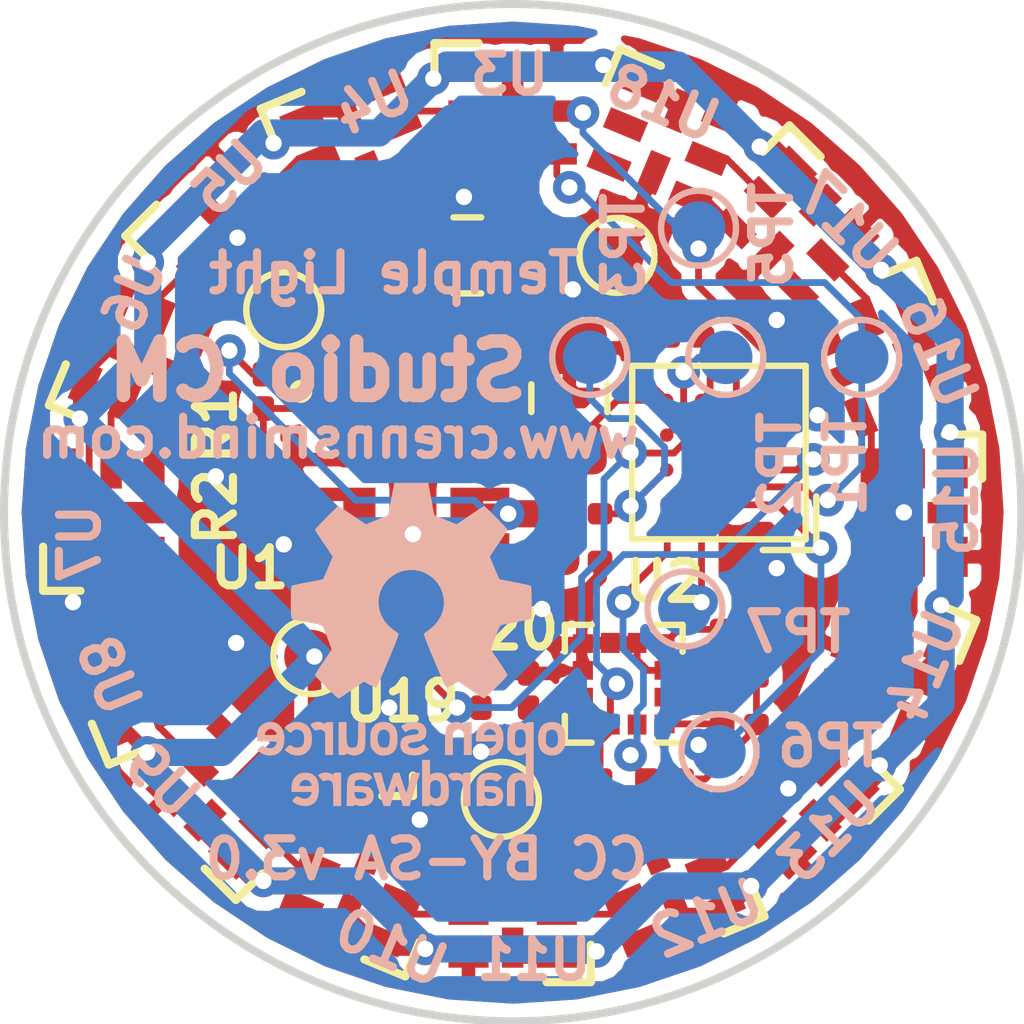
<source format=kicad_pcb>
(kicad_pcb (version 20171130) (host pcbnew "(5.0.0)")
  (layers (0 F.Cu signal hide) (31 B.Cu signal hide) (34 B.Paste user hide) (35 F.Paste user) (36 B.SilkS user hide) (37 F.SilkS user hide) (38 B.Mask user) (39 F.Mask user hide) (44 Edge.Cuts user))
  (net 0 "")
  (net 1 +5V)
  (net 2 GND)
  (net 3 +24V)
  (net 4 "Net-(R1-Pad2)")
  (net 5 "Net-(U1-Pad2)")
  (net 6 "Net-(U1-Pad4)")
  (net 7 "Net-(U1-Pad11)")
  (net 8 "Net-(U3-Pad3)")
  (net 9 "Net-(U3-Pad2)")
  (net 10 "Net-(U4-Pad2)")
  (net 11 "Net-(U4-Pad3)")
  (net 12 "Net-(U5-Pad3)")
  (net 13 "Net-(U5-Pad2)")
  (net 14 "Net-(U6-Pad2)")
  (net 15 "Net-(U6-Pad3)")
  (net 16 "Net-(U7-Pad3)")
  (net 17 "Net-(U7-Pad2)")
  (net 18 "Net-(U8-Pad2)")
  (net 19 "Net-(U8-Pad3)")
  (net 20 "Net-(U10-Pad4)")
  (net 21 "Net-(U10-Pad5)")
  (net 22 /CLOCK_8)
  (net 23 /DATA_8)
  (net 24 "Net-(U11-Pad3)")
  (net 25 "Net-(U11-Pad2)")
  (net 26 "Net-(U12-Pad2)")
  (net 27 "Net-(U12-Pad3)")
  (net 28 "Net-(U13-Pad3)")
  (net 29 "Net-(U13-Pad2)")
  (net 30 "Net-(U14-Pad2)")
  (net 31 "Net-(U14-Pad3)")
  (net 32 "Net-(U15-Pad2)")
  (net 33 "Net-(U15-Pad3)")
  (net 34 "Net-(U16-Pad3)")
  (net 35 "Net-(U16-Pad2)")
  (net 36 "Net-(U17-Pad2)")
  (net 37 "Net-(U17-Pad3)")
  (net 38 "Net-(U18-Pad3)")
  (net 39 "Net-(U18-Pad2)")
  (net 40 "Net-(U1-Pad18)")
  (net 41 /LED_CLK_IN)
  (net 42 /LED_DAT_IN)
  (net 43 +3V3)
  (net 44 /RESET)
  (net 45 /SCL)
  (net 46 /SDA)
  (net 47 "Net-(R6-Pad2)")
  (net 48 /INT0)
  (net 49 /EN)
  (net 50 /TPICLK)
  (net 51 "Net-(U19-Pad5)")
  (net 52 /PCINT)
  (net 53 "Net-(R10-Pad1)")
  (net 54 "Net-(U2-PadC2)")
  (net 55 "Net-(U2-PadD1)")
  (net 56 "Net-(U2-PadC1)")
  (module "MPS_Regulators:4-TDFN 1.0x1.0mm" (layer F.Cu) (at 161.4346 90.5974 90)
    (fp_text reference U19 (at 1.1938 0.5588) (layer F.SilkS) (effects (font (size 0.7112 0.7112) (thickness 0.1524))))
    (fp_text value MIC5366-3.3)
    (pad 5 smd custom (at 0 0 135) (size 0.48 0.48) (layers F.Cu F.Paste F.Mask) (net 51 "Net-(U19-Pad5)") (options (clearance outline) (anchor rect)) (primitives))
    (pad 4 smd custom (at -0.325 -0.45 90) (size 0.01 0.01) (layers F.Cu F.Paste F.Mask) (net 1 +5V) (options (clearance outline) (anchor rect)) (primitives (gr_poly (pts (xy -0.125 -0.2) (xy 0.125 -0.2) (xy 0.125 0.02) (xy -0.055 0.2) (xy -0.125 0.2)) (width 0))))
    (pad 3 smd custom (at 0.325 -0.45 90) (size 0.01 0.01) (layers F.Cu F.Paste F.Mask) (net 49 /EN) (options (clearance outline) (anchor rect)) (primitives (gr_poly (pts (xy 0.125 -0.2) (xy -0.125 -0.2) (xy -0.125 0.02) (xy 0.055 0.2) (xy 0.125 0.2)) (width 0))))
    (pad 2 smd custom (at 0.325 0.45 90) (size 0.01 0.01) (layers F.Cu F.Paste F.Mask) (net 2 GND) (options (clearance outline) (anchor rect)) (primitives (gr_poly (pts (xy 0.125 0.2) (xy -0.125 0.2) (xy -0.125 -0.02) (xy 0.055 -0.2) (xy 0.125 -0.2)) (width 0))))
    (pad 1 smd custom (at -0.325 0.415 90) (size 0.01 0.01) (layers F.Cu F.Paste F.Mask) (net 43 +3V3) (options (clearance outline) (anchor rect)) (primitives (gr_poly (pts (xy -0.125 -0.235) (xy 0.125 0.015) (xy 0.125 0.235) (xy -0.125 0.235)) (width 0))))
  )
  (module MPS_Regulators:MPM3620 (layer F.Cu) (at 162.1966 85.1364)
    (fp_text reference U1 (at -3.048 1.778) (layer F.SilkS) (effects (font (size 0.7112 0.7112) (thickness 0.1524))))
    (fp_text value MPM3620 hide)
    (pad 8 smd rect (at 1 0.825) (size 0.6 0.6) (layers F.Cu F.Paste F.Mask) (net 1 +5V))
    (pad 7 smd rect (at 1 1.675) (size 0.6 0.6) (layers F.Cu F.Paste F.Mask) (net 1 +5V))
    (pad 18 smd rect (at -1.27 -2.45) (size 0.25 0.7) (layers F.Cu F.Paste F.Mask) (net 40 "Net-(U1-Pad18)"))
    (pad 17 smd rect (at -0.762 -2.45) (size 0.25 0.7) (layers F.Cu F.Paste F.Mask) (net 53 "Net-(R10-Pad1)"))
    (pad 16 smd rect (at -0.254 -2.25) (size 0.25 1.1) (layers F.Cu F.Paste F.Mask) (net 3 +24V))
    (pad 15 smd rect (at 0.25 -2.25) (size 0.25 1.1) (layers F.Cu F.Paste F.Mask))
    (pad 14 smd rect (at 0.75 -2.45) (size 0.25 0.7) (layers F.Cu F.Paste F.Mask) (net 2 GND))
    (pad 13 smd rect (at 1.25 -2.45) (size 0.25 0.7) (layers F.Cu F.Paste F.Mask) (net 2 GND))
    (pad 12 smd rect (at 1.45 -1.55) (size 0.7 0.25) (layers F.Cu F.Paste F.Mask) (net 2 GND))
    (pad 11 smd rect (at 1.25 -0.9) (size 1.1 0.25) (layers F.Cu F.Paste F.Mask) (net 7 "Net-(U1-Pad11)"))
    (pad 10 smd rect (at 1.25 -0.25) (size 1.1 0.25) (layers F.Cu F.Paste F.Mask))
    (pad 9 smd rect (at 1.25 0.4) (size 1.1 0.25) (layers F.Cu F.Paste F.Mask) (net 1 +5V))
    (pad 8 smd rect (at 1.25 1.25) (size 1.1 0.25) (layers F.Cu F.Paste F.Mask) (net 1 +5V))
    (pad 7 smd rect (at 1.25 2.1) (size 1.1 0.25) (layers F.Cu F.Paste F.Mask) (net 1 +5V))
    (pad 5 smd rect (at -1 1.675) (size 0.6 0.6) (layers F.Cu F.Paste F.Mask) (net 6 "Net-(U1-Pad4)"))
    (pad 4 smd rect (at -1 0.825) (size 0.6 0.6) (layers F.Cu F.Paste F.Mask) (net 6 "Net-(U1-Pad4)"))
    (pad 6 smd rect (at -1.25 2.1) (size 1.1 0.25) (layers F.Cu F.Paste F.Mask) (net 6 "Net-(U1-Pad4)"))
    (pad 5 smd rect (at -1.25 1.25) (size 1.1 0.25) (layers F.Cu F.Paste F.Mask) (net 6 "Net-(U1-Pad4)"))
    (pad 4 smd rect (at -1.25 0.4) (size 1.1 0.25) (layers F.Cu F.Paste F.Mask) (net 6 "Net-(U1-Pad4)"))
    (pad 3 smd rect (at -1.25 -0.25) (size 1.1 0.25) (layers F.Cu F.Paste F.Mask) (net 2 GND))
    (pad 2 smd rect (at -1.25 -0.9) (size 1.1 0.25) (layers F.Cu F.Paste F.Mask) (net 5 "Net-(U1-Pad2)"))
    (pad 1 smd rect (at -1.4 -1.55) (size 0.8 0.25) (layers F.Cu F.Paste F.Mask) (net 4 "Net-(R1-Pad2)"))
  )
  (module APA102:APA102-2020 (layer F.Cu) (at 164.0586 78.3774)
    (fp_text reference U3 (at -0.0586 -0.6832) (layer B.SilkS) (effects (font (size 0.7112 0.7112) (thickness 0.1524)) (justify mirror)))
    (fp_text value APA102-2020)
    (pad 6 smd rect (at 0 0.625) (size 0.4 0.75) (layers F.Cu F.Paste F.Mask) (net 2 GND))
    (pad 1 smd rect (at 0 -0.625) (size 0.4 0.75) (layers F.Cu F.Paste F.Mask) (net 1 +5V))
    (pad 6 smd rect (at 0.825 -0.8) (size 0.75 0.4) (layers F.Cu F.Paste F.Mask) (net 2 GND))
    (pad 5 smd rect (at 0.825 0) (size 0.75 0.4) (layers F.Cu F.Paste F.Mask) (net 41 /LED_CLK_IN))
    (pad 4 smd rect (at 0.825 0.8) (size 0.75 0.4) (layers F.Cu F.Paste F.Mask) (net 42 /LED_DAT_IN))
    (pad 3 smd rect (at -0.825 0.8) (size 0.75 0.4) (layers F.Cu F.Paste F.Mask) (net 8 "Net-(U3-Pad3)"))
    (pad 2 smd rect (at -0.825 0) (size 0.75 0.4) (layers F.Cu F.Paste F.Mask) (net 9 "Net-(U3-Pad2)"))
    (pad 1 smd rect (at -0.825 -0.8) (size 0.75 0.4) (layers F.Cu F.Paste F.Mask) (net 1 +5V))
  )
  (module APA102:APA102-2020 (layer F.Cu) (at 161.188474 78.948304 22.5)
    (fp_text reference U4 (at 0.526659 -0.561935 22.5) (layer B.SilkS) (effects (font (size 0.7112 0.7112) (thickness 0.1524)) (justify mirror)))
    (fp_text value APA102-2020)
    (pad 6 smd rect (at 0 0.625 22.5) (size 0.4 0.75) (layers F.Cu F.Paste F.Mask) (net 2 GND))
    (pad 1 smd rect (at 0 -0.625 22.5) (size 0.4 0.75) (layers F.Cu F.Paste F.Mask) (net 1 +5V))
    (pad 6 smd rect (at 0.825 -0.8 22.5) (size 0.75 0.4) (layers F.Cu F.Paste F.Mask) (net 2 GND))
    (pad 5 smd rect (at 0.825 0 22.5) (size 0.75 0.4) (layers F.Cu F.Paste F.Mask) (net 9 "Net-(U3-Pad2)"))
    (pad 4 smd rect (at 0.825 0.8 22.5) (size 0.75 0.4) (layers F.Cu F.Paste F.Mask) (net 8 "Net-(U3-Pad3)"))
    (pad 3 smd rect (at -0.825 0.8 22.5) (size 0.75 0.4) (layers F.Cu F.Paste F.Mask) (net 11 "Net-(U4-Pad3)"))
    (pad 2 smd rect (at -0.825 0 22.5) (size 0.75 0.4) (layers F.Cu F.Paste F.Mask) (net 10 "Net-(U4-Pad2)"))
    (pad 1 smd rect (at -0.825 -0.8 22.5) (size 0.75 0.4) (layers F.Cu F.Paste F.Mask) (net 1 +5V))
  )
  (module APA102:APA102-2020 (layer F.Cu) (at 158.755299 80.574099 45)
    (fp_text reference U5 (at 0.680095 -0.662699 45) (layer B.SilkS) (effects (font (size 0.7112 0.7112) (thickness 0.1524)) (justify mirror)))
    (fp_text value APA102-2020)
    (pad 6 smd rect (at 0 0.625 45) (size 0.4 0.75) (layers F.Cu F.Paste F.Mask) (net 2 GND))
    (pad 1 smd rect (at 0 -0.625 45) (size 0.4 0.75) (layers F.Cu F.Paste F.Mask) (net 1 +5V))
    (pad 6 smd rect (at 0.825001 -0.8 45) (size 0.75 0.4) (layers F.Cu F.Paste F.Mask) (net 2 GND))
    (pad 5 smd rect (at 0.825 0 45) (size 0.75 0.4) (layers F.Cu F.Paste F.Mask) (net 10 "Net-(U4-Pad2)"))
    (pad 4 smd rect (at 0.825001 0.8 45) (size 0.75 0.4) (layers F.Cu F.Paste F.Mask) (net 11 "Net-(U4-Pad3)"))
    (pad 3 smd rect (at -0.825001 0.8 45) (size 0.75 0.4) (layers F.Cu F.Paste F.Mask) (net 12 "Net-(U5-Pad3)"))
    (pad 2 smd rect (at -0.825 0 45) (size 0.75 0.4) (layers F.Cu F.Paste F.Mask) (net 13 "Net-(U5-Pad2)"))
    (pad 1 smd rect (at -0.825001 -0.8 45) (size 0.75 0.4) (layers F.Cu F.Paste F.Mask) (net 1 +5V))
  )
  (module APA102:APA102-2020 (layer F.Cu) (at 157.129504 83.007274 67.5)
    (fp_text reference U6 (at 1.076988 -0.597534 247.5) (layer B.SilkS) (effects (font (size 0.7112 0.7112) (thickness 0.1524)) (justify mirror)))
    (fp_text value APA102-2020)
    (pad 6 smd rect (at 0 0.625 67.5) (size 0.4 0.75) (layers F.Cu F.Paste F.Mask) (net 2 GND))
    (pad 1 smd rect (at 0 -0.625 67.5) (size 0.4 0.75) (layers F.Cu F.Paste F.Mask) (net 1 +5V))
    (pad 6 smd rect (at 0.825 -0.8 67.5) (size 0.75 0.4) (layers F.Cu F.Paste F.Mask) (net 2 GND))
    (pad 5 smd rect (at 0.825 0 67.5) (size 0.75 0.4) (layers F.Cu F.Paste F.Mask) (net 13 "Net-(U5-Pad2)"))
    (pad 4 smd rect (at 0.825 0.8 67.5) (size 0.75 0.4) (layers F.Cu F.Paste F.Mask) (net 12 "Net-(U5-Pad3)"))
    (pad 3 smd rect (at -0.825 0.8 67.5) (size 0.75 0.4) (layers F.Cu F.Paste F.Mask) (net 15 "Net-(U6-Pad3)"))
    (pad 2 smd rect (at -0.825 0 67.5) (size 0.75 0.4) (layers F.Cu F.Paste F.Mask) (net 14 "Net-(U6-Pad2)"))
    (pad 1 smd rect (at -0.825 -0.8 67.5) (size 0.75 0.4) (layers F.Cu F.Paste F.Mask) (net 1 +5V))
  )
  (module APA102:APA102-2020 (layer F.Cu) (at 156.5586 85.8774 90)
    (fp_text reference U7 (at -0.5798 -0.585 270) (layer B.SilkS) (effects (font (size 0.7112 0.7112) (thickness 0.1524)) (justify mirror)))
    (fp_text value APA102-2020)
    (pad 6 smd rect (at 0 0.625 90) (size 0.4 0.75) (layers F.Cu F.Paste F.Mask) (net 2 GND))
    (pad 1 smd rect (at 0 -0.625 90) (size 0.4 0.75) (layers F.Cu F.Paste F.Mask) (net 1 +5V))
    (pad 6 smd rect (at 0.825 -0.8 90) (size 0.75 0.4) (layers F.Cu F.Paste F.Mask) (net 2 GND))
    (pad 5 smd rect (at 0.825 0 90) (size 0.75 0.4) (layers F.Cu F.Paste F.Mask) (net 14 "Net-(U6-Pad2)"))
    (pad 4 smd rect (at 0.825 0.8 90) (size 0.75 0.4) (layers F.Cu F.Paste F.Mask) (net 15 "Net-(U6-Pad3)"))
    (pad 3 smd rect (at -0.825 0.8 90) (size 0.75 0.4) (layers F.Cu F.Paste F.Mask) (net 16 "Net-(U7-Pad3)"))
    (pad 2 smd rect (at -0.825 0 90) (size 0.75 0.4) (layers F.Cu F.Paste F.Mask) (net 17 "Net-(U7-Pad2)"))
    (pad 1 smd rect (at -0.825 -0.8 90) (size 0.75 0.4) (layers F.Cu F.Paste F.Mask) (net 1 +5V))
  )
  (module APA102:APA102-2020 (layer F.Cu) (at 157.129504 88.747526 112.5)
    (fp_text reference U8 (at 0.077953 -0.641504 112.5) (layer B.SilkS) (effects (font (size 0.7112 0.7112) (thickness 0.1524)) (justify mirror)))
    (fp_text value APA102-2020)
    (pad 6 smd rect (at 0 0.625 112.5) (size 0.4 0.75) (layers F.Cu F.Paste F.Mask) (net 2 GND))
    (pad 1 smd rect (at 0 -0.625 112.5) (size 0.4 0.75) (layers F.Cu F.Paste F.Mask) (net 1 +5V))
    (pad 6 smd rect (at 0.825 -0.8 112.5) (size 0.75 0.4) (layers F.Cu F.Paste F.Mask) (net 2 GND))
    (pad 5 smd rect (at 0.825 0 112.5) (size 0.75 0.4) (layers F.Cu F.Paste F.Mask) (net 17 "Net-(U7-Pad2)"))
    (pad 4 smd rect (at 0.825 0.8 112.5) (size 0.75 0.4) (layers F.Cu F.Paste F.Mask) (net 16 "Net-(U7-Pad3)"))
    (pad 3 smd rect (at -0.825 0.8 112.5) (size 0.75 0.4) (layers F.Cu F.Paste F.Mask) (net 19 "Net-(U8-Pad3)"))
    (pad 2 smd rect (at -0.825 0 112.5) (size 0.75 0.4) (layers F.Cu F.Paste F.Mask) (net 18 "Net-(U8-Pad2)"))
    (pad 1 smd rect (at -0.825 -0.8 112.5) (size 0.75 0.4) (layers F.Cu F.Paste F.Mask) (net 1 +5V))
  )
  (module APA102:APA102-2020 (layer F.Cu) (at 158.755299 91.180701 135)
    (fp_text reference U9 (at 1.104218 -0.674437 135) (layer B.SilkS) (effects (font (size 0.7112 0.7112) (thickness 0.1524)) (justify mirror)))
    (fp_text value APA102-2020)
    (pad 6 smd rect (at 0 0.625 135) (size 0.4 0.75) (layers F.Cu F.Paste F.Mask) (net 2 GND))
    (pad 1 smd rect (at 0 -0.625 135) (size 0.4 0.75) (layers F.Cu F.Paste F.Mask) (net 1 +5V))
    (pad 6 smd rect (at 0.825001 -0.8 135) (size 0.75 0.4) (layers F.Cu F.Paste F.Mask) (net 2 GND))
    (pad 5 smd rect (at 0.825 0 135) (size 0.75 0.4) (layers F.Cu F.Paste F.Mask) (net 18 "Net-(U8-Pad2)"))
    (pad 4 smd rect (at 0.825001 0.8 135) (size 0.75 0.4) (layers F.Cu F.Paste F.Mask) (net 19 "Net-(U8-Pad3)"))
    (pad 3 smd rect (at -0.825001 0.8 135) (size 0.75 0.4) (layers F.Cu F.Paste F.Mask) (net 20 "Net-(U10-Pad4)"))
    (pad 2 smd rect (at -0.825 0 135) (size 0.75 0.4) (layers F.Cu F.Paste F.Mask) (net 21 "Net-(U10-Pad5)"))
    (pad 1 smd rect (at -0.825001 -0.8 135) (size 0.75 0.4) (layers F.Cu F.Paste F.Mask) (net 1 +5V))
  )
  (module APA102:APA102-2020 (layer F.Cu) (at 161.188474 92.806496 157.5)
    (fp_text reference U10 (at -1.013039 -0.873307 157.5) (layer B.SilkS) (effects (font (size 0.7112 0.7112) (thickness 0.1524)) (justify mirror)))
    (fp_text value APA102-2020)
    (pad 6 smd rect (at 0 0.625 157.5) (size 0.4 0.75) (layers F.Cu F.Paste F.Mask) (net 2 GND))
    (pad 1 smd rect (at 0 -0.625 157.5) (size 0.4 0.75) (layers F.Cu F.Paste F.Mask) (net 1 +5V))
    (pad 6 smd rect (at 0.825 -0.8 157.5) (size 0.75 0.4) (layers F.Cu F.Paste F.Mask) (net 2 GND))
    (pad 5 smd rect (at 0.825 0 157.5) (size 0.75 0.4) (layers F.Cu F.Paste F.Mask) (net 21 "Net-(U10-Pad5)"))
    (pad 4 smd rect (at 0.825 0.8 157.5) (size 0.75 0.4) (layers F.Cu F.Paste F.Mask) (net 20 "Net-(U10-Pad4)"))
    (pad 3 smd rect (at -0.825 0.8 157.5) (size 0.75 0.4) (layers F.Cu F.Paste F.Mask) (net 23 /DATA_8))
    (pad 2 smd rect (at -0.825 0 157.5) (size 0.75 0.4) (layers F.Cu F.Paste F.Mask) (net 22 /CLOCK_8))
    (pad 1 smd rect (at -0.825 -0.8 157.5) (size 0.75 0.4) (layers F.Cu F.Paste F.Mask) (net 1 +5V))
  )
  (module APA102:APA102-2020 (layer F.Cu) (at 164.0586 93.3774 180)
    (fp_text reference U11 (at -0.3986 -0.8522 180) (layer B.SilkS) (effects (font (size 0.7112 0.7112) (thickness 0.1524)) (justify mirror)))
    (fp_text value APA102-2020)
    (pad 6 smd rect (at 0 0.625 180) (size 0.4 0.75) (layers F.Cu F.Paste F.Mask) (net 2 GND))
    (pad 1 smd rect (at 0 -0.625 180) (size 0.4 0.75) (layers F.Cu F.Paste F.Mask) (net 1 +5V))
    (pad 6 smd rect (at 0.825 -0.8 180) (size 0.75 0.4) (layers F.Cu F.Paste F.Mask) (net 2 GND))
    (pad 5 smd rect (at 0.825 0 180) (size 0.75 0.4) (layers F.Cu F.Paste F.Mask) (net 22 /CLOCK_8))
    (pad 4 smd rect (at 0.825 0.8 180) (size 0.75 0.4) (layers F.Cu F.Paste F.Mask) (net 23 /DATA_8))
    (pad 3 smd rect (at -0.825 0.8 180) (size 0.75 0.4) (layers F.Cu F.Paste F.Mask) (net 24 "Net-(U11-Pad3)"))
    (pad 2 smd rect (at -0.825 0 180) (size 0.75 0.4) (layers F.Cu F.Paste F.Mask) (net 25 "Net-(U11-Pad2)"))
    (pad 1 smd rect (at -0.825 -0.8 180) (size 0.75 0.4) (layers F.Cu F.Paste F.Mask) (net 1 +5V))
  )
  (module APA102:APA102-2020 (layer F.Cu) (at 166.928726 92.806496 202.5)
    (fp_text reference U12 (at -0.443865 -0.899429 202.5) (layer B.SilkS) (effects (font (size 0.7112 0.7112) (thickness 0.1524)) (justify mirror)))
    (fp_text value APA102-2020)
    (pad 6 smd rect (at 0 0.625 202.5) (size 0.4 0.75) (layers F.Cu F.Paste F.Mask) (net 2 GND))
    (pad 1 smd rect (at 0 -0.625 202.5) (size 0.4 0.75) (layers F.Cu F.Paste F.Mask) (net 1 +5V))
    (pad 6 smd rect (at 0.825 -0.8 202.5) (size 0.75 0.4) (layers F.Cu F.Paste F.Mask) (net 2 GND))
    (pad 5 smd rect (at 0.825 0 202.5) (size 0.75 0.4) (layers F.Cu F.Paste F.Mask) (net 25 "Net-(U11-Pad2)"))
    (pad 4 smd rect (at 0.825 0.8 202.5) (size 0.75 0.4) (layers F.Cu F.Paste F.Mask) (net 24 "Net-(U11-Pad3)"))
    (pad 3 smd rect (at -0.825 0.8 202.5) (size 0.75 0.4) (layers F.Cu F.Paste F.Mask) (net 27 "Net-(U12-Pad3)"))
    (pad 2 smd rect (at -0.825 0 202.5) (size 0.75 0.4) (layers F.Cu F.Paste F.Mask) (net 26 "Net-(U12-Pad2)"))
    (pad 1 smd rect (at -0.825 -0.8 202.5) (size 0.75 0.4) (layers F.Cu F.Paste F.Mask) (net 1 +5V))
  )
  (module APA102:APA102-2020 (layer F.Cu) (at 169.361901 91.180701 225)
    (fp_text reference U13 (at 0.038325 -0.896893 225) (layer B.SilkS) (effects (font (size 0.7112 0.7112) (thickness 0.1524)) (justify mirror)))
    (fp_text value APA102-2020)
    (pad 6 smd rect (at 0 0.625 225) (size 0.4 0.75) (layers F.Cu F.Paste F.Mask) (net 2 GND))
    (pad 1 smd rect (at 0 -0.625 225) (size 0.4 0.75) (layers F.Cu F.Paste F.Mask) (net 1 +5V))
    (pad 6 smd rect (at 0.825001 -0.8 225) (size 0.75 0.4) (layers F.Cu F.Paste F.Mask) (net 2 GND))
    (pad 5 smd rect (at 0.825 0 225) (size 0.75 0.4) (layers F.Cu F.Paste F.Mask) (net 26 "Net-(U12-Pad2)"))
    (pad 4 smd rect (at 0.825001 0.8 225) (size 0.75 0.4) (layers F.Cu F.Paste F.Mask) (net 27 "Net-(U12-Pad3)"))
    (pad 3 smd rect (at -0.825001 0.8 225) (size 0.75 0.4) (layers F.Cu F.Paste F.Mask) (net 28 "Net-(U13-Pad3)"))
    (pad 2 smd rect (at -0.825 0 225) (size 0.75 0.4) (layers F.Cu F.Paste F.Mask) (net 29 "Net-(U13-Pad2)"))
    (pad 1 smd rect (at -0.825001 -0.8 225) (size 0.75 0.4) (layers F.Cu F.Paste F.Mask) (net 1 +5V))
  )
  (module APA102:APA102-2020 (layer F.Cu) (at 170.987696 88.747526 247.5)
    (fp_text reference U14 (at -0.30429 -0.723316 247.5) (layer B.SilkS) (effects (font (size 0.7112 0.7112) (thickness 0.1524)) (justify mirror)))
    (fp_text value APA102-2020)
    (pad 6 smd rect (at 0 0.625 247.5) (size 0.4 0.75) (layers F.Cu F.Paste F.Mask) (net 2 GND))
    (pad 1 smd rect (at 0 -0.625 247.5) (size 0.4 0.75) (layers F.Cu F.Paste F.Mask) (net 1 +5V))
    (pad 6 smd rect (at 0.825 -0.8 247.5) (size 0.75 0.4) (layers F.Cu F.Paste F.Mask) (net 2 GND))
    (pad 5 smd rect (at 0.825 0 247.5) (size 0.75 0.4) (layers F.Cu F.Paste F.Mask) (net 29 "Net-(U13-Pad2)"))
    (pad 4 smd rect (at 0.825 0.8 247.5) (size 0.75 0.4) (layers F.Cu F.Paste F.Mask) (net 28 "Net-(U13-Pad3)"))
    (pad 3 smd rect (at -0.825 0.8 247.5) (size 0.75 0.4) (layers F.Cu F.Paste F.Mask) (net 31 "Net-(U14-Pad3)"))
    (pad 2 smd rect (at -0.825 0 247.5) (size 0.75 0.4) (layers F.Cu F.Paste F.Mask) (net 30 "Net-(U14-Pad2)"))
    (pad 1 smd rect (at -0.825 -0.8 247.5) (size 0.75 0.4) (layers F.Cu F.Paste F.Mask) (net 1 +5V))
  )
  (module APA102:APA102-2020 (layer F.Cu) (at 171.5586 85.8774 270)
    (fp_text reference U15 (at -0.2584 -0.798 270) (layer B.SilkS) (effects (font (size 0.7112 0.7112) (thickness 0.1524)) (justify mirror)))
    (fp_text value APA102-2020)
    (pad 6 smd rect (at 0 0.625 270) (size 0.4 0.75) (layers F.Cu F.Paste F.Mask) (net 2 GND))
    (pad 1 smd rect (at 0 -0.625 270) (size 0.4 0.75) (layers F.Cu F.Paste F.Mask) (net 1 +5V))
    (pad 6 smd rect (at 0.825 -0.8 270) (size 0.75 0.4) (layers F.Cu F.Paste F.Mask) (net 2 GND))
    (pad 5 smd rect (at 0.825 0 270) (size 0.75 0.4) (layers F.Cu F.Paste F.Mask) (net 30 "Net-(U14-Pad2)"))
    (pad 4 smd rect (at 0.825 0.8 270) (size 0.75 0.4) (layers F.Cu F.Paste F.Mask) (net 31 "Net-(U14-Pad3)"))
    (pad 3 smd rect (at -0.825 0.8 270) (size 0.75 0.4) (layers F.Cu F.Paste F.Mask) (net 33 "Net-(U15-Pad3)"))
    (pad 2 smd rect (at -0.825 0 270) (size 0.75 0.4) (layers F.Cu F.Paste F.Mask) (net 32 "Net-(U15-Pad2)"))
    (pad 1 smd rect (at -0.825 -0.8 270) (size 0.75 0.4) (layers F.Cu F.Paste F.Mask) (net 1 +5V))
  )
  (module APA102:APA102-2020 (layer F.Cu) (at 170.987696 83.007274 292.5)
    (fp_text reference U16 (at 0.266309 -0.986484 292.5) (layer B.SilkS) (effects (font (size 0.7112 0.7112) (thickness 0.1524)) (justify mirror)))
    (fp_text value APA102-2020)
    (pad 6 smd rect (at 0 0.625 292.5) (size 0.4 0.75) (layers F.Cu F.Paste F.Mask) (net 2 GND))
    (pad 1 smd rect (at 0 -0.625 292.5) (size 0.4 0.75) (layers F.Cu F.Paste F.Mask) (net 1 +5V))
    (pad 6 smd rect (at 0.825 -0.8 292.5) (size 0.75 0.4) (layers F.Cu F.Paste F.Mask) (net 2 GND))
    (pad 5 smd rect (at 0.825 0 292.5) (size 0.75 0.4) (layers F.Cu F.Paste F.Mask) (net 32 "Net-(U15-Pad2)"))
    (pad 4 smd rect (at 0.825 0.8 292.5) (size 0.75 0.4) (layers F.Cu F.Paste F.Mask) (net 33 "Net-(U15-Pad3)"))
    (pad 3 smd rect (at -0.825 0.8 292.5) (size 0.75 0.4) (layers F.Cu F.Paste F.Mask) (net 34 "Net-(U16-Pad3)"))
    (pad 2 smd rect (at -0.825 0 292.5) (size 0.75 0.4) (layers F.Cu F.Paste F.Mask) (net 35 "Net-(U16-Pad2)"))
    (pad 1 smd rect (at -0.825 -0.8 292.5) (size 0.75 0.4) (layers F.Cu F.Paste F.Mask) (net 1 +5V))
  )
  (module APA102:APA102-2020 (layer F.Cu) (at 169.361901 80.574099 315)
    (fp_text reference U17 (at 0.58407 -0.741471 315) (layer B.SilkS) (effects (font (size 0.7112 0.7112) (thickness 0.1524)) (justify mirror)))
    (fp_text value APA102-2020)
    (pad 6 smd rect (at 0 0.625 315) (size 0.4 0.75) (layers F.Cu F.Paste F.Mask) (net 2 GND))
    (pad 1 smd rect (at 0 -0.625 315) (size 0.4 0.75) (layers F.Cu F.Paste F.Mask) (net 1 +5V))
    (pad 6 smd rect (at 0.825001 -0.8 315) (size 0.75 0.4) (layers F.Cu F.Paste F.Mask) (net 2 GND))
    (pad 5 smd rect (at 0.825 0 315) (size 0.75 0.4) (layers F.Cu F.Paste F.Mask) (net 35 "Net-(U16-Pad2)"))
    (pad 4 smd rect (at 0.825001 0.8 315) (size 0.75 0.4) (layers F.Cu F.Paste F.Mask) (net 34 "Net-(U16-Pad3)"))
    (pad 3 smd rect (at -0.825001 0.8 315) (size 0.75 0.4) (layers F.Cu F.Paste F.Mask) (net 37 "Net-(U17-Pad3)"))
    (pad 2 smd rect (at -0.825 0 315) (size 0.75 0.4) (layers F.Cu F.Paste F.Mask) (net 36 "Net-(U17-Pad2)"))
    (pad 1 smd rect (at -0.825001 -0.8 315) (size 0.75 0.4) (layers F.Cu F.Paste F.Mask) (net 1 +5V))
  )
  (module APA102:APA102-2020 (layer F.Cu) (at 166.928726 78.948304 337.5)
    (fp_text reference U18 (at -0.329872 -0.643447 337.5) (layer B.SilkS) (effects (font (size 0.7112 0.7112) (thickness 0.1524)) (justify mirror)))
    (fp_text value APA102-2020)
    (pad 6 smd rect (at 0 0.625 337.5) (size 0.4 0.75) (layers F.Cu F.Paste F.Mask) (net 2 GND))
    (pad 1 smd rect (at 0 -0.625 337.5) (size 0.4 0.75) (layers F.Cu F.Paste F.Mask) (net 1 +5V))
    (pad 6 smd rect (at 0.825 -0.8 337.5) (size 0.75 0.4) (layers F.Cu F.Paste F.Mask) (net 2 GND))
    (pad 5 smd rect (at 0.825 0 337.5) (size 0.75 0.4) (layers F.Cu F.Paste F.Mask) (net 36 "Net-(U17-Pad2)"))
    (pad 4 smd rect (at 0.825 0.8 337.5) (size 0.75 0.4) (layers F.Cu F.Paste F.Mask) (net 37 "Net-(U17-Pad3)"))
    (pad 3 smd rect (at -0.825 0.8 337.5) (size 0.75 0.4) (layers F.Cu F.Paste F.Mask) (net 38 "Net-(U18-Pad3)"))
    (pad 2 smd rect (at -0.825 0 337.5) (size 0.75 0.4) (layers F.Cu F.Paste F.Mask) (net 39 "Net-(U18-Pad2)"))
    (pad 1 smd rect (at -0.825 -0.8 337.5) (size 0.75 0.4) (layers F.Cu F.Paste F.Mask) (net 1 +5V))
  )
  (module Package_LGA:LGA-12_2x2mm_P0.5mm (layer F.Cu) (at 166.1336 89.0734 180)
    (fp_text reference U20 (at 2.286 1.016 180) (layer F.SilkS) (effects (font (size 0.7112 0.7112) (thickness 0.1524))))
    (fp_text value LIS2DE12)
    (pad 2 smd rect (at -0.7625 -0.25 180) (size 0.375 0.35) (layers F.Cu F.Paste F.Mask) (net 47 "Net-(R6-Pad2)"))
    (pad 3 smd rect (at -0.7625 0.25 180) (size 0.375 0.35) (layers F.Cu F.Paste F.Mask) (net 2 GND))
    (pad 9 smd rect (at 0.7625 -0.25 180) (size 0.375 0.35) (layers F.Cu F.Paste F.Mask) (net 43 +3V3))
    (pad 8 smd rect (at 0.7625 0.25 180) (size 0.375 0.35) (layers F.Cu F.Paste F.Mask) (net 2 GND))
    (pad 4 smd rect (at -0.7625 0.75 180) (size 0.375 0.35) (layers F.Cu F.Paste F.Mask) (net 46 /SDA))
    (pad 7 smd rect (at 0.7625 0.75 180) (size 0.375 0.35) (layers F.Cu F.Paste F.Mask) (net 2 GND))
    (pad 1 smd rect (at -0.7625 -0.75 180) (size 0.375 0.35) (layers F.Cu F.Paste F.Mask) (net 45 /SCL))
    (pad 10 smd rect (at 0.7625 -0.75 180) (size 0.375 0.35) (layers F.Cu F.Paste F.Mask) (net 43 +3V3))
    (pad 5 smd rect (at -0.25 0.7625 270) (size 0.375 0.35) (layers F.Cu F.Paste F.Mask) (net 2 GND))
    (pad 6 smd rect (at 0.25 0.7625 270) (size 0.375 0.35) (layers F.Cu F.Paste F.Mask) (net 2 GND))
    (pad 11 smd rect (at 0.25 -0.7625 270) (size 0.375 0.35) (layers F.Cu F.Paste F.Mask) (net 52 /PCINT))
    (pad 12 smd rect (at -0.25 -0.7625 270) (size 0.375 0.35) (layers F.Cu F.Paste F.Mask) (net 48 /INT0))
  )
  (module Capacitor_SMD:C_0201_0603Metric (layer F.Cu) (at 165.3716 86.7874)
    (fp_text reference C4 hide)
    (fp_text value 100NF)
    (pad 2 smd roundrect (at 0.32 0) (size 0.46 0.4) (layers F.Cu F.Mask) (net 2 GND))
    (pad 1 smd roundrect (at -0.32 0) (size 0.46 0.4) (layers F.Cu F.Mask) (net 1 +5V))
  )
  (module Capacitor_SMD:C_0201_0603Metric (layer F.Cu) (at 167.2766 82.5964)
    (fp_text reference C1 hide)
    (fp_text value 100NF)
    (pad 1 smd roundrect (at -0.32 0) (size 0.46 0.4) (layers F.Cu F.Mask) (net 1 +5V))
    (pad 2 smd roundrect (at 0.32 0) (size 0.46 0.4) (layers F.Cu F.Mask) (net 2 GND))
  )
  (module Capacitor_SMD:C_0805_2012Metric (layer F.Cu) (at 165.1176 83.7394 90)
    (fp_text reference C3 hide)
    (fp_text value 47UF/6V3)
    (pad 2 smd roundrect (at 0.9375 0 90) (size 0.975 1.4) (layers F.Cu F.Paste F.Mask) (net 2 GND))
    (pad 1 smd roundrect (at -0.9375 0 90) (size 0.975 1.4) (layers F.Cu F.Paste F.Mask) (net 1 +5V))
  )
  (module Capacitor_SMD:C_0805_2012Metric (layer F.Cu) (at 163.2126 81.0724)
    (fp_text reference C2 hide)
    (fp_text value 10UF/25V)
    (pad 1 smd roundrect (at -0.9375 0) (size 0.975 1.4) (layers F.Cu F.Paste F.Mask) (net 3 +24V))
    (pad 2 smd roundrect (at 0.9375 0) (size 0.975 1.4) (layers F.Cu F.Paste F.Mask) (net 2 GND))
  )
  (module Resistor_SMD:R_0201_0603Metric (layer F.Cu) (at 159.4026 83.6124 270)
    (fp_text reference R1 (at 0.635 0.889 270) (layer F.SilkS) (effects (font (size 0.7112 0.7112) (thickness 0.1524))))
    (fp_text value 24K9)
    (pad 2 smd roundrect (at 0.32 0 270) (size 0.46 0.4) (layers F.Cu F.Mask) (net 4 "Net-(R1-Pad2)"))
    (pad 1 smd roundrect (at -0.32 0 270) (size 0.46 0.4) (layers F.Cu F.Mask) (net 1 +5V))
  )
  (module Resistor_SMD:R_0201_0603Metric (layer F.Cu) (at 159.4026 85.2634 270)
    (fp_text reference R2 (at 0.508 0.889 270) (layer F.SilkS) (effects (font (size 0.7112 0.7112) (thickness 0.1524))))
    (fp_text value 4K7)
    (pad 2 smd roundrect (at 0.32 0 270) (size 0.46 0.4) (layers F.Cu F.Mask) (net 2 GND))
    (pad 1 smd roundrect (at -0.32 0 270) (size 0.46 0.4) (layers F.Cu F.Mask) (net 4 "Net-(R1-Pad2)"))
  )
  (module Package_BGA:UFBGA-15_3.0x3.0mm_Layout4x4_P0.65mm (layer F.Cu) (at 167.9116 84.7554 180)
    (fp_text reference U2 (at 1.016 -2.413 180) (layer F.SilkS) (effects (font (size 0.7112 0.7112) (thickness 0.1524))))
    (fp_text value ATtiny20-CCU)
    (pad D4 smd circle (at 0.975 0.975 180) (size 0.25 0.25) (layers F.Cu F.Paste F.Mask) (net 1 +5V))
    (pad C4 smd circle (at 0.975 0.325 180) (size 0.25 0.25) (layers F.Cu F.Paste F.Mask) (net 50 /TPICLK))
    (pad B4 smd circle (at 0.975 -0.325 180) (size 0.25 0.25) (layers F.Cu F.Paste F.Mask) (net 44 /RESET))
    (pad A4 smd circle (at 0.975 -0.975 180) (size 0.25 0.25) (layers F.Cu F.Paste F.Mask) (net 48 /INT0))
    (pad D3 smd circle (at 0.325 0.975 180) (size 0.25 0.25) (layers F.Cu F.Paste F.Mask) (net 2 GND))
    (pad C3 smd circle (at 0.325 0.325 180) (size 0.25 0.25) (layers F.Cu F.Paste F.Mask) (net 49 /EN))
    (pad B3 smd circle (at 0.325 -0.325 180) (size 0.25 0.25) (layers F.Cu F.Paste F.Mask) (net 42 /LED_DAT_IN))
    (pad A3 smd circle (at 0.325 -0.975 180) (size 0.25 0.25) (layers F.Cu F.Paste F.Mask) (net 46 /SDA))
    (pad D2 smd circle (at -0.325 0.975 180) (size 0.25 0.25) (layers F.Cu F.Paste F.Mask) (net 2 GND))
    (pad C2 smd circle (at -0.325 0.325 180) (size 0.25 0.25) (layers F.Cu F.Paste F.Mask) (net 54 "Net-(U2-PadC2)"))
    (pad B2 smd circle (at -0.325 -0.325 180) (size 0.25 0.25) (layers F.Cu F.Paste F.Mask) (net 41 /LED_CLK_IN))
    (pad A2 smd circle (at -0.325 -0.975 180) (size 0.25 0.25) (layers F.Cu F.Paste F.Mask) (net 45 /SCL))
    (pad D1 smd circle (at -0.975 0.975 180) (size 0.25 0.25) (layers F.Cu F.Paste F.Mask) (net 55 "Net-(U2-PadD1)"))
    (pad C1 smd circle (at -0.975 0.325 180) (size 0.25 0.25) (layers F.Cu F.Paste F.Mask) (net 56 "Net-(U2-PadC1)"))
    (pad B1 smd circle (at -0.975 -0.325 180) (size 0.25 0.25) (layers F.Cu F.Paste F.Mask) (net 52 /PCINT))
  )
  (module Resistor_SMD:R_0201_0603Metric (layer F.Cu) (at 165.3716 85.8984)
    (fp_text reference R3 hide)
    (fp_text value 24K9)
    (pad 1 smd roundrect (at -0.32 0) (size 0.46 0.4) (layers F.Cu F.Mask) (net 1 +5V))
    (pad 2 smd roundrect (at 0.32 0) (size 0.46 0.4) (layers F.Cu F.Mask) (net 44 /RESET))
  )
  (module Capacitor_SMD:C_0201_0603Metric (layer F.Cu) (at 164.3556 89.2004 90)
    (fp_text reference C5 hide)
    (fp_text value 100NF)
    (pad 2 smd roundrect (at 0.32 0 90) (size 0.46 0.4) (layers F.Cu F.Mask) (net 2 GND))
    (pad 1 smd roundrect (at -0.32 0 90) (size 0.46 0.4) (layers F.Cu F.Mask) (net 43 +3V3))
  )
  (module Capacitor_SMD:C_0201_0603Metric (layer F.Cu) (at 162.7046 90.5974 90)
    (fp_text reference C6 hide)
    (fp_text value 1UF)
    (pad 1 smd roundrect (at -0.32 0 90) (size 0.46 0.4) (layers F.Cu F.Mask) (net 43 +3V3))
    (pad 2 smd roundrect (at 0.32 0 90) (size 0.46 0.4) (layers F.Cu F.Mask) (net 2 GND))
  )
  (module Resistor_SMD:R_0201_0603Metric (layer F.Cu) (at 168.2926 89.8354 180)
    (fp_text reference R4 hide)
    (fp_text value 4K7)
    (pad 1 smd roundrect (at -0.32 0 180) (size 0.46 0.4) (layers F.Cu F.Mask) (net 43 +3V3))
    (pad 2 smd roundrect (at 0.32 0 180) (size 0.46 0.4) (layers F.Cu F.Mask) (net 45 /SCL))
  )
  (module Resistor_SMD:R_0201_0603Metric (layer F.Cu) (at 168.2926 88.0574 180)
    (fp_text reference R5 hide)
    (fp_text value 4K7)
    (pad 2 smd roundrect (at 0.32 0 180) (size 0.46 0.4) (layers F.Cu F.Mask) (net 46 /SDA))
    (pad 1 smd roundrect (at -0.32 0 180) (size 0.46 0.4) (layers F.Cu F.Mask) (net 43 +3V3))
  )
  (module Resistor_SMD:R_0201_0603Metric (layer F.Cu) (at 168.2926 88.9464 180)
    (fp_text reference R6 hide)
    (fp_text value 24K9)
    (pad 1 smd roundrect (at -0.32 0 180) (size 0.46 0.4) (layers F.Cu F.Mask) (net 43 +3V3))
    (pad 2 smd roundrect (at 0.32 0 180) (size 0.46 0.4) (layers F.Cu F.Mask) (net 47 "Net-(R6-Pad2)"))
  )
  (module Resistor_SMD:R_0201_0603Metric (layer F.Cu) (at 166.8956 90.8514 180)
    (fp_text reference R7 hide)
    (fp_text value 24K9)
    (pad 2 smd roundrect (at 0.32 0 180) (size 0.46 0.4) (layers F.Cu F.Mask) (net 48 /INT0))
    (pad 1 smd roundrect (at -0.32 0 180) (size 0.46 0.4) (layers F.Cu F.Mask) (net 43 +3V3))
  )
  (module Resistor_SMD:R_0201_0603Metric (layer F.Cu) (at 163.4666 89.2004 90)
    (fp_text reference R8 hide)
    (fp_text value 24K9)
    (pad 1 smd roundrect (at -0.32 0 90) (size 0.46 0.4) (layers F.Cu F.Mask) (net 49 /EN))
    (pad 2 smd roundrect (at 0.32 0 90) (size 0.46 0.4) (layers F.Cu F.Mask) (net 2 GND))
  )
  (module TestPoint:TestPoint_Pad_D1.0mm (layer B.Cu) (at 170.5786 82.9774)
    (fp_text reference TP1 (at -0.3048 1.9812 90) (layer B.SilkS) (effects (font (size 0.7112 0.7112) (thickness 0.1524)) (justify mirror)))
    (fp_text value TestPoint)
    (pad 1 smd circle (at 0 0) (size 1 1) (layers B.Cu B.Mask) (net 42 /LED_DAT_IN))
  )
  (module TestPoint:TestPoint_Pad_D1.0mm (layer B.Cu) (at 168.0386 82.9774)
    (fp_text reference TP2 (at 1.016 2.0066 270) (layer B.SilkS) (effects (font (size 0.7112 0.7112) (thickness 0.1524)) (justify mirror)))
    (fp_text value TestPoint)
    (pad 1 smd circle (at 0 0) (size 1 1) (layers B.Cu B.Mask) (net 50 /TPICLK))
  )
  (module TestPoint:TestPoint_Pad_D1.0mm (layer B.Cu) (at 165.4986 82.9774)
    (fp_text reference TP3 (at 0.635 -2.0828 90) (layer B.SilkS) (effects (font (size 0.7112 0.7112) (thickness 0.1524)) (justify mirror)))
    (fp_text value TestPoint)
    (pad 1 smd circle (at 0 0) (size 1 1) (layers B.Cu B.Mask) (net 44 /RESET))
  )
  (module TestPoint:TestPoint_Pad_D1.0mm (layer B.Cu) (at 167.5306 80.5644)
    (fp_text reference TP5 (at 1.3716 0.127 90) (layer B.SilkS) (effects (font (size 0.7112 0.7112) (thickness 0.1524)) (justify mirror)))
    (fp_text value TestPoint)
    (pad 1 smd circle (at 0 0) (size 1 1) (layers B.Cu B.Mask) (net 41 /LED_CLK_IN))
  )
  (module TestPoint:TestPoint_Pad_D1.0mm (layer B.Cu) (at 167.9116 90.3434)
    (fp_text reference TP6 (at 2.0828 -0.1016) (layer B.SilkS) (effects (font (size 0.7112 0.7112) (thickness 0.1524)) (justify mirror)))
    (fp_text value TestPoint)
    (pad 1 smd circle (at 0 0) (size 1 1) (layers B.Cu B.Mask) (net 45 /SCL))
  )
  (module TestPoint:TestPoint_Pad_D1.0mm (layer B.Cu) (at 167.2766 87.6764)
    (fp_text reference TP7 (at 2.1082 0.4318) (layer B.SilkS) (effects (font (size 0.7112 0.7112) (thickness 0.1524)) (justify mirror)))
    (fp_text value TestPoint)
    (pad 1 smd circle (at 0 0) (size 1 1) (layers B.Cu B.Mask) (net 46 /SDA))
  )
  (module TestPoint:TestPoint_Pad_D1.0mm (layer F.Cu) (at 159.7836 82.0884)
    (fp_text reference TP8 hide)
    (fp_text value TestPoint)
    (pad 1 smd circle (at 0 0) (size 1 1) (layers F.Cu F.Mask) (net 3 +24V))
  )
  (module TestPoint:TestPoint_Pad_D1.0mm (layer F.Cu) (at 160.2916 88.5654)
    (fp_text reference TP9 hide)
    (fp_text value TestPoint)
    (pad 1 smd circle (at 0 0) (size 1 1) (layers F.Cu F.Mask) (net 1 +5V))
  )
  (module TestPoint:TestPoint_Pad_D1.0mm (layer F.Cu) (at 163.8476 91.2324)
    (fp_text reference TP10 hide)
    (fp_text value TestPoint)
    (pad 1 smd circle (at 0 0) (size 1 1) (layers F.Cu F.Mask) (net 43 +3V3))
  )
  (module TestPoint:TestPoint_Pad_D1.0mm (layer F.Cu) (at 166.0066 81.0724)
    (fp_text reference TP11 hide)
    (fp_text value TestPoint)
    (pad 1 smd circle (at 0 0) (size 1 1) (layers F.Cu F.Mask) (net 2 GND))
  )
  (module Resistor_SMD:R_0201_0603Metric (layer F.Cu) (at 165.3716 90.8514)
    (fp_text reference R9 hide)
    (fp_text value 24K9)
    (pad 1 smd roundrect (at -0.32 0) (size 0.46 0.4) (layers F.Cu F.Mask) (net 43 +3V3))
    (pad 2 smd roundrect (at 0.32 0) (size 0.46 0.4) (layers F.Cu F.Mask) (net 52 /PCINT))
  )
  (module Resistor_SMD:R_0201_0603Metric (layer F.Cu) (at 160.9266 81.3264 90)
    (fp_text reference R10 hide)
    (fp_text value 180K)
    (pad 1 smd roundrect (at -0.32 0 90) (size 0.46 0.4) (layers F.Cu F.Mask) (net 53 "Net-(R10-Pad1)"))
    (pad 2 smd roundrect (at 0.32 0 90) (size 0.46 0.4) (layers F.Cu F.Mask) (net 3 +24V))
  )
  (module Symbol:OSHW-Logo_5.7x6mm_SilkScreen (layer B.Cu) (at 162.1712 88.3368 180)
    (fp_text reference REF** hide)
    (fp_text value OSHW-Logo_5.7x6mm_SilkScreen hide)
  )
  (gr_text "CC BY-SA v3.0" (at 162.4506 92.35) (layer B.SilkS) (effects (font (size 0.7112 0.7112) (thickness 0.1524)) (justify mirror)))
  (gr_text "Temple Light" (at 161.841 81.4026) (layer B.SilkS) (effects (font (size 0.7112 0.7112) (thickness 0.1524)) (justify mirror)))
  (gr_text www.crennsmind.com (at 160.7996 84.476) (layer B.SilkS) (effects (font (size 0.7112 0.7112) (thickness 0.1524)) (justify mirror)))
  (gr_text "Studio CM" (at 160.4186 83.2314) (layer B.SilkS) (effects (font (size 1.016 1.016) (thickness 0.254)) (justify mirror)))
  (gr_circle (center 164.0586 85.8774) (end 173.5586 85.8774) (layer Edge.Cuts) (width 0.15))
  (segment (start 163.4466 86.3864) (end 163.4466 86.1344) (width 0.127) (layer F.Cu) (net 1))
  (segment (start 165.0516 86.7874) (end 165.0516 84.7429) (width 0.127) (layer F.Cu) (net 1))
  (segment (start 163.4466 87.0614) (end 163.1966 86.8114) (width 0.127) (layer F.Cu) (net 1))
  (segment (start 163.4466 87.2364) (end 163.4466 87.0614) (width 0.127) (layer F.Cu) (net 1))
  (segment (start 163.4466 86.5614) (end 163.1966 86.8114) (width 0.127) (layer F.Cu) (net 1))
  (segment (start 163.4466 86.3864) (end 163.4466 86.5614) (width 0.127) (layer F.Cu) (net 1))
  (segment (start 163.4466 85.5364) (end 163.4466 85.7884) (width 0.127) (layer F.Cu) (net 1))
  (segment (start 166.9366 83.7804) (end 166.5146 83.3584) (width 0.127) (layer F.Cu) (net 1))
  (segment (start 166.5146 83.0384) (end 166.9566 82.5964) (width 0.127) (layer F.Cu) (net 1))
  (segment (start 166.5146 83.3584) (end 166.5146 83.0384) (width 0.127) (layer F.Cu) (net 1))
  (segment (start 163.3986 87.2364) (end 163.4466 87.2364) (width 0.127) (layer F.Cu) (net 1))
  (segment (start 162.0696 88.5654) (end 162.0696 88.5654) (width 0.127) (layer F.Cu) (net 1))
  (segment (start 166.0141 83.7804) (end 165.1176 84.6769) (width 0.127) (layer F.Cu) (net 1))
  (segment (start 166.9366 83.7804) (end 166.0141 83.7804) (width 0.127) (layer F.Cu) (net 1))
  (via (at 168.51387 92.85067) (size 0.6096) (drill 0.3048) (layers F.Cu B.Cu) (net 1))
  (via (at 170.915786 90.5974) (size 0.6096) (drill 0.3048) (layers F.Cu B.Cu) (net 1))
  (segment (start 170.9596 90.5974) (end 170.915786 90.5974) (width 0.127) (layer B.Cu) (net 1))
  (via (at 172.059675 87.605935) (size 0.6096) (drill 0.3048) (layers F.Cu B.Cu) (net 1))
  (via (at 172.2296 84.3744) (size 0.6096) (drill 0.3048) (layers F.Cu B.Cu) (net 1))
  (via (at 170.943777 81.342223) (size 0.6096) (drill 0.3048) (layers F.Cu B.Cu) (net 1))
  (segment (start 170.9596 81.3264) (end 170.943777 81.342223) (width 0.127) (layer B.Cu) (net 1))
  (via (at 168.6736 79.0404) (size 0.6096) (drill 0.3048) (layers F.Cu B.Cu) (net 1))
  (segment (start 168.6736 79.0404) (end 168.368801 78.735601) (width 0.127) (layer B.Cu) (net 1))
  (segment (start 168.368801 78.735601) (end 167.4036 77.7704) (width 0.127) (layer B.Cu) (net 1))
  (via (at 162.5776 77.7704) (size 0.6096) (drill 0.3048) (layers F.Cu B.Cu) (net 1))
  (segment (start 162.4506 77.7704) (end 162.5776 77.7704) (width 0.127) (layer B.Cu) (net 1))
  (via (at 159.5931 78.9769) (size 0.6096) (drill 0.3048) (layers F.Cu B.Cu) (net 1))
  (via (at 157.2436 81.1994) (size 0.6096) (drill 0.3048) (layers F.Cu B.Cu) (net 1))
  (via (at 155.9736 84.1204) (size 0.6096) (drill 0.3048) (layers F.Cu B.Cu) (net 1))
  (segment (start 156.149101 85.661899) (end 155.9336 85.8774) (width 0.127) (layer F.Cu) (net 1))
  (segment (start 156.149101 84.295901) (end 156.149101 85.661899) (width 0.127) (layer F.Cu) (net 1))
  (segment (start 155.9736 84.1204) (end 156.149101 84.295901) (width 0.127) (layer F.Cu) (net 1))
  (via (at 157.230569 90.356431) (size 0.6096) (drill 0.3048) (layers F.Cu B.Cu) (net 1))
  (segment (start 164.8836 94.1774) (end 165.6016 94.1774) (width 0.127) (layer F.Cu) (net 1))
  (via (at 165.6256 94.072601) (size 0.6096) (drill 0.3048) (layers F.Cu B.Cu) (net 1))
  (segment (start 165.6016 94.1774) (end 165.6256 94.1534) (width 0.127) (layer F.Cu) (net 1))
  (segment (start 165.6256 94.1534) (end 165.7526 94.1534) (width 0.127) (layer F.Cu) (net 1))
  (segment (start 165.7526 94.1534) (end 166.6416 93.2644) (width 0.127) (layer B.Cu) (net 1))
  (via (at 159.4026 92.7564) (size 0.6096) (drill 0.3048) (layers F.Cu B.Cu) (net 1))
  (via (at 162.426798 94.0264) (size 0.6096) (drill 0.3048) (layers F.Cu B.Cu) (net 1))
  (segment (start 162.4506 94.0264) (end 162.426798 94.0264) (width 0.127) (layer B.Cu) (net 1))
  (segment (start 162.0696 88.5654) (end 163.3986 87.2364) (width 0.127) (layer F.Cu) (net 1))
  (via (at 160.3551 88.5654) (size 0.6096) (drill 0.3048) (layers F.Cu B.Cu) (net 1))
  (segment (start 165.7526 77.7704) (end 165.7526 77.5164) (width 0.127) (layer B.Cu) (net 1))
  (segment (start 165.7526 77.7704) (end 162.5776 77.7704) (width 0.127) (layer B.Cu) (net 1))
  (segment (start 167.4036 77.7704) (end 165.7526 77.7704) (width 0.127) (layer B.Cu) (net 1))
  (segment (start 165.7526 77.5164) (end 165.7526 77.679312) (width 0.127) (layer F.Cu) (net 1))
  (via (at 165.7526 77.5164) (size 0.6096) (drill 0.3048) (layers F.Cu B.Cu) (net 1))
  (segment (start 163.5936 85.8984) (end 163.9746 85.8984) (width 0.127) (layer B.Cu) (net 1))
  (via (at 158.7676 82.8504) (size 0.6096) (drill 0.3048) (layers F.Cu B.Cu) (net 1))
  (via (at 163.9746 85.8984) (size 0.6096) (drill 0.3048) (layers F.Cu B.Cu) (net 1))
  (segment (start 158.7676 82.8504) (end 159.1486 83.2314) (width 0.127) (layer F.Cu) (net 1))
  (segment (start 159.2096 83.2924) (end 159.1486 83.2314) (width 0.127) (layer F.Cu) (net 1))
  (segment (start 159.4026 83.2924) (end 159.2096 83.2924) (width 0.127) (layer F.Cu) (net 1))
  (segment (start 163.9116 85.9614) (end 163.9746 85.8984) (width 0.508) (layer F.Cu) (net 1))
  (segment (start 163.1966 85.9614) (end 163.9116 85.9614) (width 0.508) (layer F.Cu) (net 1))
  (segment (start 165.0516 86.7874) (end 165.0516 85.8984) (width 0.508) (layer F.Cu) (net 1))
  (segment (start 165.0516 84.7429) (end 165.1176 84.6769) (width 0.508) (layer F.Cu) (net 1))
  (segment (start 165.0516 85.8984) (end 165.0516 84.7429) (width 0.508) (layer F.Cu) (net 1))
  (segment (start 165.0516 85.8984) (end 163.9746 85.8984) (width 0.508) (layer F.Cu) (net 1))
  (segment (start 163.1966 87.4384) (end 162.0696 88.5654) (width 0.508) (layer F.Cu) (net 1))
  (segment (start 163.1966 86.8114) (end 163.1966 87.4384) (width 0.508) (layer F.Cu) (net 1))
  (segment (start 160.6846 90.9224) (end 160.3596 90.5974) (width 0.254) (layer F.Cu) (net 1))
  (segment (start 160.8946 90.9224) (end 160.6846 90.9224) (width 0.254) (layer F.Cu) (net 1))
  (segment (start 160.3596 90.5974) (end 160.3596 89.1324) (width 0.254) (layer F.Cu) (net 1))
  (segment (start 160.4186 88.5654) (end 155.9736 84.1204) (width 0.508) (layer B.Cu) (net 1))
  (segment (start 157.2436 82.8504) (end 157.2436 81.1994) (width 0.508) (layer B.Cu) (net 1))
  (segment (start 155.9736 84.1204) (end 157.2436 82.8504) (width 0.508) (layer B.Cu) (net 1))
  (segment (start 157.2436 80.9454) (end 159.4026 78.7864) (width 0.508) (layer B.Cu) (net 1))
  (segment (start 157.2436 81.1994) (end 157.2436 80.9454) (width 0.508) (layer B.Cu) (net 1))
  (segment (start 161.5616 78.7864) (end 162.5776 77.7704) (width 0.508) (layer B.Cu) (net 1))
  (segment (start 159.4026 78.7864) (end 161.5616 78.7864) (width 0.508) (layer B.Cu) (net 1))
  (segment (start 162.8316 77.5164) (end 165.7526 77.5164) (width 0.508) (layer B.Cu) (net 1))
  (segment (start 162.5776 77.7704) (end 162.8316 77.5164) (width 0.508) (layer B.Cu) (net 1))
  (segment (start 167.1496 77.5164) (end 168.6736 79.0404) (width 0.508) (layer B.Cu) (net 1))
  (segment (start 165.7526 77.5164) (end 167.1496 77.5164) (width 0.508) (layer B.Cu) (net 1))
  (segment (start 168.6736 79.072046) (end 170.943777 81.342223) (width 0.508) (layer B.Cu) (net 1))
  (segment (start 168.6736 79.0404) (end 168.6736 79.072046) (width 0.508) (layer B.Cu) (net 1))
  (segment (start 172.2296 82.628046) (end 172.2296 84.3744) (width 0.508) (layer B.Cu) (net 1))
  (segment (start 170.943777 81.342223) (end 172.2296 82.628046) (width 0.508) (layer B.Cu) (net 1))
  (segment (start 172.2296 87.43601) (end 172.059675 87.605935) (width 0.508) (layer B.Cu) (net 1))
  (segment (start 172.2296 84.3744) (end 172.2296 87.43601) (width 0.508) (layer B.Cu) (net 1))
  (segment (start 172.1026 89.0734) (end 172.1026 88.9464) (width 0.127) (layer B.Cu) (net 1))
  (segment (start 172.059675 89.453511) (end 170.915786 90.5974) (width 0.508) (layer B.Cu) (net 1))
  (segment (start 172.059675 88.3749) (end 172.059675 89.453511) (width 0.508) (layer B.Cu) (net 1))
  (segment (start 172.059675 88.3749) (end 172.059675 87.605935) (width 0.508) (layer B.Cu) (net 1))
  (segment (start 172.059675 88.903475) (end 172.059675 88.3749) (width 0.508) (layer B.Cu) (net 1))
  (segment (start 170.76714 90.5974) (end 168.51387 92.85067) (width 0.508) (layer B.Cu) (net 1))
  (segment (start 170.915786 90.5974) (end 170.76714 90.5974) (width 0.508) (layer B.Cu) (net 1))
  (segment (start 166.847531 92.85067) (end 168.51387 92.85067) (width 0.508) (layer B.Cu) (net 1))
  (segment (start 165.6256 94.072601) (end 166.847531 92.85067) (width 0.508) (layer B.Cu) (net 1))
  (segment (start 161.156798 92.7564) (end 159.4026 92.7564) (width 0.508) (layer B.Cu) (net 1))
  (segment (start 162.426798 94.0264) (end 161.156798 92.7564) (width 0.508) (layer B.Cu) (net 1))
  (segment (start 157.230569 90.584369) (end 159.4026 92.7564) (width 0.508) (layer B.Cu) (net 1))
  (segment (start 157.230569 90.356431) (end 157.230569 90.584369) (width 0.508) (layer B.Cu) (net 1))
  (segment (start 158.627569 90.356431) (end 160.4186 88.5654) (width 0.508) (layer B.Cu) (net 1))
  (segment (start 157.230569 90.356431) (end 158.627569 90.356431) (width 0.508) (layer B.Cu) (net 1))
  (segment (start 165.579399 94.0264) (end 165.6256 94.072601) (width 0.508) (layer B.Cu) (net 1))
  (segment (start 162.426798 94.0264) (end 165.579399 94.0264) (width 0.508) (layer B.Cu) (net 1))
  (segment (start 160.3551 89.1279) (end 160.3551 88.5654) (width 0.254) (layer F.Cu) (net 1))
  (segment (start 160.3596 89.1324) (end 160.3551 89.1279) (width 0.254) (layer F.Cu) (net 1))
  (segment (start 162.0696 88.5654) (end 160.2916 88.5654) (width 0.508) (layer F.Cu) (net 1))
  (segment (start 167.843038 93.383921) (end 167.997073 93.229886) (width 0.254) (layer F.Cu) (net 1))
  (segment (start 167.167903 93.383921) (end 167.843038 93.383921) (width 0.254) (layer F.Cu) (net 1))
  (segment (start 168.134654 93.229886) (end 168.51387 92.85067) (width 0.254) (layer F.Cu) (net 1))
  (segment (start 167.997073 93.229886) (end 168.134654 93.229886) (width 0.254) (layer F.Cu) (net 1))
  (segment (start 158.313357 91.87013) (end 158.772977 92.32975) (width 0.254) (layer F.Cu) (net 1))
  (segment (start 158.313357 91.622643) (end 158.313357 91.87013) (width 0.254) (layer F.Cu) (net 1))
  (segment (start 159.199627 92.7564) (end 158.772977 92.32975) (width 0.254) (layer F.Cu) (net 1))
  (segment (start 159.4026 92.7564) (end 159.199627 92.7564) (width 0.254) (layer F.Cu) (net 1))
  (segment (start 157.230569 90.340328) (end 156.706114 89.815873) (width 0.254) (layer F.Cu) (net 1))
  (segment (start 157.230569 90.356431) (end 157.230569 90.340328) (width 0.254) (layer F.Cu) (net 1))
  (segment (start 156.552079 89.661838) (end 156.706114 89.815873) (width 0.254) (layer F.Cu) (net 1))
  (segment (start 156.552079 88.986703) (end 156.552079 89.661838) (width 0.254) (layer F.Cu) (net 1))
  (segment (start 155.7586 86.0524) (end 155.9336 85.8774) (width 0.254) (layer F.Cu) (net 1))
  (segment (start 155.7586 86.7024) (end 155.7586 86.0524) (width 0.254) (layer F.Cu) (net 1))
  (segment (start 155.9736 83.564415) (end 156.074687 83.463328) (width 0.254) (layer F.Cu) (net 1))
  (segment (start 155.9736 84.1204) (end 155.9736 83.564415) (width 0.254) (layer F.Cu) (net 1))
  (segment (start 156.074687 83.245489) (end 156.552079 82.768097) (width 0.254) (layer F.Cu) (net 1))
  (segment (start 156.074687 83.463328) (end 156.074687 83.245489) (width 0.254) (layer F.Cu) (net 1))
  (segment (start 157.2436 80.954427) (end 157.60625 80.591777) (width 0.254) (layer F.Cu) (net 1))
  (segment (start 157.2436 81.1994) (end 157.2436 80.954427) (width 0.254) (layer F.Cu) (net 1))
  (segment (start 158.06587 80.132157) (end 157.60625 80.591777) (width 0.254) (layer F.Cu) (net 1))
  (segment (start 158.313357 80.132157) (end 158.06587 80.132157) (width 0.254) (layer F.Cu) (net 1))
  (segment (start 160.274162 78.370879) (end 160.120127 78.524914) (width 0.254) (layer F.Cu) (net 1))
  (segment (start 160.949297 78.370879) (end 160.274162 78.370879) (width 0.254) (layer F.Cu) (net 1))
  (segment (start 160.045086 78.524914) (end 159.5931 78.9769) (width 0.254) (layer F.Cu) (net 1))
  (segment (start 160.120127 78.524914) (end 160.045086 78.524914) (width 0.254) (layer F.Cu) (net 1))
  (segment (start 162.7706 77.5774) (end 162.5776 77.7704) (width 0.254) (layer F.Cu) (net 1))
  (segment (start 163.2336 77.5774) (end 162.7706 77.5774) (width 0.254) (layer F.Cu) (net 1))
  (segment (start 163.8836 77.5774) (end 164.0586 77.7524) (width 0.254) (layer F.Cu) (net 1))
  (segment (start 163.2336 77.5774) (end 163.8836 77.5774) (width 0.254) (layer F.Cu) (net 1))
  (segment (start 166.690511 77.893487) (end 167.167903 78.370879) (width 0.254) (layer F.Cu) (net 1))
  (segment (start 166.472672 77.893487) (end 166.690511 77.893487) (width 0.254) (layer F.Cu) (net 1))
  (segment (start 168.959573 79.0404) (end 169.344223 79.42505) (width 0.254) (layer F.Cu) (net 1))
  (segment (start 168.6736 79.0404) (end 168.959573 79.0404) (width 0.254) (layer F.Cu) (net 1))
  (segment (start 169.803843 79.88467) (end 169.344223 79.42505) (width 0.254) (layer F.Cu) (net 1))
  (segment (start 169.803843 80.132157) (end 169.803843 79.88467) (width 0.254) (layer F.Cu) (net 1))
  (segment (start 171.411086 81.809532) (end 170.943777 81.342223) (width 0.254) (layer F.Cu) (net 1))
  (segment (start 171.411086 81.938927) (end 171.411086 81.809532) (width 0.254) (layer F.Cu) (net 1))
  (segment (start 171.565121 82.092962) (end 171.411086 81.938927) (width 0.254) (layer F.Cu) (net 1))
  (segment (start 171.565121 82.768097) (end 171.565121 82.092962) (width 0.254) (layer F.Cu) (net 1))
  (segment (start 172.3586 84.5034) (end 172.2296 84.3744) (width 0.254) (layer F.Cu) (net 1))
  (segment (start 172.3586 85.0524) (end 172.3586 84.5034) (width 0.254) (layer F.Cu) (net 1))
  (segment (start 172.3586 85.7024) (end 172.1836 85.8774) (width 0.254) (layer F.Cu) (net 1))
  (segment (start 172.3586 85.0524) (end 172.3586 85.7024) (width 0.254) (layer F.Cu) (net 1))
  (segment (start 172.059675 88.27431) (end 172.042513 88.291472) (width 0.254) (layer F.Cu) (net 1))
  (segment (start 172.059675 87.605935) (end 172.059675 88.27431) (width 0.254) (layer F.Cu) (net 1))
  (segment (start 172.042513 88.509311) (end 171.565121 88.986703) (width 0.254) (layer F.Cu) (net 1))
  (segment (start 172.042513 88.291472) (end 172.042513 88.509311) (width 0.254) (layer F.Cu) (net 1))
  (segment (start 161.130548 85.6444) (end 163.3396 85.6444) (width 0.127) (layer B.Cu) (net 1))
  (segment (start 158.7676 83.281452) (end 161.130548 85.6444) (width 0.127) (layer B.Cu) (net 1))
  (segment (start 158.7676 82.8504) (end 158.7676 83.281452) (width 0.127) (layer B.Cu) (net 1))
  (segment (start 163.3396 85.6444) (end 163.5936 85.8984) (width 0.127) (layer B.Cu) (net 1))
  (segment (start 161.591776 94.0264) (end 162.426798 94.0264) (width 0.254) (layer F.Cu) (net 1))
  (segment (start 160.949297 93.383921) (end 161.591776 94.0264) (width 0.254) (layer F.Cu) (net 1))
  (segment (start 161.809615 94.0264) (end 161.644528 93.861313) (width 0.254) (layer F.Cu) (net 1))
  (segment (start 162.426798 94.0264) (end 161.809615 94.0264) (width 0.254) (layer F.Cu) (net 1))
  (segment (start 161.426689 93.861313) (end 160.949297 93.383921) (width 0.254) (layer F.Cu) (net 1))
  (segment (start 161.644528 93.861313) (end 161.426689 93.861313) (width 0.254) (layer F.Cu) (net 1))
  (segment (start 164.2336 94.1774) (end 164.0586 94.0024) (width 0.254) (layer F.Cu) (net 1))
  (segment (start 164.8836 94.1774) (end 164.2336 94.1774) (width 0.254) (layer F.Cu) (net 1))
  (segment (start 165.520801 94.1774) (end 165.6256 94.072601) (width 0.254) (layer F.Cu) (net 1))
  (segment (start 164.8836 94.1774) (end 165.520801 94.1774) (width 0.254) (layer F.Cu) (net 1))
  (segment (start 170.05133 91.622643) (end 170.51095 91.163023) (width 0.254) (layer F.Cu) (net 1))
  (segment (start 169.803843 91.622643) (end 170.05133 91.622643) (width 0.254) (layer F.Cu) (net 1))
  (segment (start 170.915786 90.758187) (end 170.51095 91.163023) (width 0.254) (layer F.Cu) (net 1))
  (segment (start 170.915786 90.5974) (end 170.915786 90.758187) (width 0.254) (layer F.Cu) (net 1))
  (segment (start 166.095585 77.5164) (end 166.472672 77.893487) (width 0.254) (layer F.Cu) (net 1))
  (segment (start 165.7526 77.5164) (end 166.095585 77.5164) (width 0.254) (layer F.Cu) (net 1))
  (segment (start 164.889 88.794) (end 164.889 88.4384) (width 0.127) (layer F.Cu) (net 2))
  (segment (start 163.5301 82.0884) (end 163.7841 82.0884) (width 0.127) (layer F.Cu) (net 2))
  (via (at 169.207 91.0292) (size 0.6096) (drill 0.3048) (layers F.Cu B.Cu) (net 2))
  (via (at 171.366 85.873) (size 0.6096) (drill 0.3048) (layers F.Cu B.Cu) (net 2))
  (via (at 158.92 80.7422) (size 0.6096) (drill 0.3048) (layers F.Cu B.Cu) (net 2))
  (via (at 161.7521 89.5179) (size 0.6096) (drill 0.3048) (layers F.Cu B.Cu) (net 2))
  (via (at 165.1811 81.7074) (size 0.6096) (drill 0.3048) (layers F.Cu B.Cu) (net 2))
  (via (at 158.8946 88.3114) (size 0.6096) (drill 0.3048) (layers F.Cu B.Cu) (net 2))
  (via (at 164.6096 87.6764) (size 0.6096) (drill 0.3048) (layers F.Cu B.Cu) (net 2))
  (segment (start 165.6916 86.7874) (end 165.6916 87.1024) (width 0.127) (layer F.Cu) (net 2))
  (segment (start 165.6916 87.1024) (end 165.4351 87.3589) (width 0.127) (layer F.Cu) (net 2))
  (via (at 162.1966 86.2794) (size 0.6096) (drill 0.3048) (layers F.Cu B.Cu) (net 2))
  (via (at 158.5136 85.1999) (size 0.6096) (drill 0.3048) (layers F.Cu B.Cu) (net 2))
  (via (at 159.7836 86.4699) (size 0.6096) (drill 0.3048) (layers F.Cu B.Cu) (net 2))
  (via (at 163.4666 90.3434) (size 0.6096) (drill 0.3048) (layers F.Cu B.Cu) (net 2))
  (via (at 168.9911 86.9144) (size 0.6096) (drill 0.3048) (layers F.Cu B.Cu) (net 2))
  (via (at 155.8466 87.5494) (size 0.6096) (drill 0.3048) (layers F.Cu B.Cu) (net 2))
  (via (at 163.1491 79.9802) (size 0.6096) (drill 0.3048) (layers F.Cu B.Cu) (net 2))
  (via (at 169.7531 84.0569) (size 0.6096) (drill 0.3048) (layers F.Cu B.Cu) (net 2))
  (segment (start 168.584084 81.351916) (end 168.584084 81.871884) (width 0.127) (layer F.Cu) (net 2))
  (segment (start 168.919959 81.016041) (end 168.584084 81.351916) (width 0.127) (layer F.Cu) (net 2))
  (segment (start 168.584084 81.871884) (end 168.9911 82.2789) (width 0.127) (layer F.Cu) (net 2))
  (segment (start 168.8641 82.1519) (end 168.9911 82.2789) (width 0.127) (layer F.Cu) (net 2))
  (segment (start 168.9911 82.2789) (end 168.8641 82.1519) (width 0.127) (layer F.Cu) (net 2))
  (via (at 168.9911 82.2789) (size 0.6096) (drill 0.3048) (layers F.Cu B.Cu) (net 2))
  (segment (start 161.9746 89.7404) (end 161.7521 89.5179) (width 0.127) (layer F.Cu) (net 2))
  (segment (start 161.9746 90.2724) (end 161.9746 89.7404) (width 0.127) (layer F.Cu) (net 2))
  (via (at 162.3236 91.6134) (size 0.6096) (drill 0.3048) (layers F.Cu B.Cu) (net 2))
  (segment (start 167.5966 82.2964) (end 167.2616 81.9614) (width 0.127) (layer F.Cu) (net 2))
  (segment (start 167.5966 82.5964) (end 167.5966 82.2964) (width 0.127) (layer F.Cu) (net 2))
  (segment (start 166.3836 88.6254) (end 166.3836 88.3109) (width 0.127) (layer F.Cu) (net 2))
  (segment (start 166.5816 88.8234) (end 166.3836 88.6254) (width 0.127) (layer F.Cu) (net 2))
  (segment (start 166.8961 88.8234) (end 166.5816 88.8234) (width 0.127) (layer F.Cu) (net 2))
  (segment (start 161.427651 79.525729) (end 161.427651 79.731951) (width 0.127) (layer F.Cu) (net 2))
  (segment (start 161.427651 79.731951) (end 161.6886 79.9929) (width 0.127) (layer F.Cu) (net 2))
  (segment (start 161.6886 79.9929) (end 162.4506 79.9929) (width 0.127) (layer F.Cu) (net 2))
  (segment (start 166.689549 92.229071) (end 166.200878 91.7404) (width 0.127) (layer F.Cu) (net 2))
  (segment (start 166.200878 91.7404) (end 165.8796 91.7404) (width 0.127) (layer F.Cu) (net 2))
  (segment (start 164.8636 82.0249) (end 165.1811 81.7074) (width 0.127) (layer F.Cu) (net 2))
  (segment (start 164.2286 82.0249) (end 164.8636 82.0249) (width 0.127) (layer F.Cu) (net 2))
  (segment (start 168.2366 82.9064) (end 168.2366 83.3584) (width 0.127) (layer F.Cu) (net 2))
  (segment (start 167.9266 82.5964) (end 168.2366 82.9064) (width 0.127) (layer F.Cu) (net 2))
  (segment (start 167.5966 82.5964) (end 167.9266 82.5964) (width 0.127) (layer F.Cu) (net 2))
  (segment (start 168.2366 83.7804) (end 168.2366 83.3584) (width 0.127) (layer F.Cu) (net 2))
  (segment (start 168.2366 83.3584) (end 168.2366 83.1754) (width 0.127) (layer F.Cu) (net 2))
  (segment (start 167.747402 83.619598) (end 167.5866 83.7804) (width 0.127) (layer F.Cu) (net 2))
  (segment (start 167.747402 82.813202) (end 167.747402 83.619598) (width 0.127) (layer F.Cu) (net 2))
  (segment (start 167.5966 82.6624) (end 167.747402 82.813202) (width 0.127) (layer F.Cu) (net 2))
  (segment (start 167.5966 82.5964) (end 167.5966 82.6624) (width 0.127) (layer F.Cu) (net 2))
  (segment (start 170.9546 85.8984) (end 170.9336 85.8774) (width 0.127) (layer F.Cu) (net 2))
  (segment (start 171.3406 85.8984) (end 170.9546 85.8984) (width 0.127) (layer F.Cu) (net 2))
  (segment (start 165.040652 87.6764) (end 164.6096 87.6764) (width 0.254) (layer F.Cu) (net 2))
  (segment (start 165.1026 87.6764) (end 165.040652 87.6764) (width 0.254) (layer F.Cu) (net 2))
  (segment (start 165.6916 87.0874) (end 165.1026 87.6764) (width 0.254) (layer F.Cu) (net 2))
  (segment (start 165.6916 86.7874) (end 165.6916 87.0874) (width 0.254) (layer F.Cu) (net 2))
  (segment (start 169.207 91.0258) (end 168.919959 90.738759) (width 0.127) (layer F.Cu) (net 2))
  (segment (start 169.207 91.0292) (end 169.207 91.0258) (width 0.127) (layer F.Cu) (net 2))
  (segment (start 170.938 85.873) (end 170.9336 85.8774) (width 0.127) (layer F.Cu) (net 2))
  (segment (start 171.366 85.873) (end 170.938 85.873) (width 0.127) (layer F.Cu) (net 2))
  (segment (start 159.193841 81.016041) (end 158.92 80.7422) (width 0.127) (layer F.Cu) (net 2))
  (segment (start 159.197241 81.016041) (end 159.193841 81.016041) (width 0.127) (layer F.Cu) (net 2))
  (segment (start 161.9426 81.4049) (end 162.2751 81.0724) (width 0.254) (layer F.Cu) (net 3))
  (segment (start 161.9426 82.8864) (end 161.9426 81.4049) (width 0.254) (layer F.Cu) (net 3))
  (segment (start 162.2091 81.0064) (end 162.2751 81.0724) (width 0.508) (layer F.Cu) (net 3))
  (segment (start 160.9266 81.0064) (end 162.2091 81.0064) (width 0.508) (layer F.Cu) (net 3))
  (segment (start 160.9266 81.0064) (end 160.6266 81.0064) (width 0.508) (layer F.Cu) (net 3))
  (segment (start 160.283599 81.349401) (end 160.6266 81.0064) (width 0.508) (layer F.Cu) (net 3))
  (segment (start 160.283599 81.588401) (end 160.283599 81.349401) (width 0.508) (layer F.Cu) (net 3))
  (segment (start 160.283599 81.588401) (end 159.7836 82.0884) (width 0.508) (layer F.Cu) (net 3))
  (segment (start 159.4026 84.9434) (end 159.4026 83.9324) (width 0.127) (layer F.Cu) (net 4))
  (segment (start 159.9236 83.9324) (end 159.7836 83.9324) (width 0.127) (layer F.Cu) (net 4))
  (segment (start 160.2696 83.5864) (end 159.9236 83.9324) (width 0.127) (layer F.Cu) (net 4))
  (segment (start 160.7966 83.5864) (end 160.2696 83.5864) (width 0.127) (layer F.Cu) (net 4))
  (segment (start 159.4026 83.9324) (end 159.7836 83.9324) (width 0.127) (layer F.Cu) (net 4))
  (segment (start 160.9466 87.0614) (end 161.1966 86.8114) (width 0.127) (layer F.Cu) (net 6))
  (segment (start 160.9466 87.2364) (end 160.9466 87.0614) (width 0.127) (layer F.Cu) (net 6))
  (segment (start 161.1966 86.6364) (end 160.9466 86.3864) (width 0.127) (layer F.Cu) (net 6))
  (segment (start 161.1966 86.8114) (end 161.1966 86.6364) (width 0.127) (layer F.Cu) (net 6))
  (segment (start 160.9466 86.2114) (end 161.1966 85.9614) (width 0.127) (layer F.Cu) (net 6))
  (segment (start 160.9466 86.3864) (end 160.9466 86.2114) (width 0.127) (layer F.Cu) (net 6))
  (segment (start 161.1966 85.7864) (end 160.9466 85.5364) (width 0.127) (layer F.Cu) (net 6))
  (segment (start 161.1966 85.9614) (end 161.1966 85.7864) (width 0.127) (layer F.Cu) (net 6))
  (segment (start 162.451115 79.1774) (end 162.256821 79.371694) (width 0.127) (layer F.Cu) (net 8))
  (segment (start 163.2336 79.1774) (end 162.451115 79.1774) (width 0.127) (layer F.Cu) (net 8))
  (segment (start 162.205865 78.3774) (end 161.950675 78.63259) (width 0.127) (layer F.Cu) (net 9))
  (segment (start 163.2336 78.3774) (end 162.205865 78.3774) (width 0.127) (layer F.Cu) (net 9))
  (segment (start 160.06538 79.264018) (end 159.338662 79.990736) (width 0.127) (layer F.Cu) (net 10))
  (segment (start 160.426273 79.264018) (end 160.06538 79.264018) (width 0.127) (layer F.Cu) (net 10))
  (segment (start 160.457648 80.003121) (end 159.904348 80.556421) (width 0.127) (layer F.Cu) (net 11))
  (segment (start 160.73242 80.003121) (end 160.457648 80.003121) (width 0.127) (layer F.Cu) (net 11))
  (segment (start 158.184321 82.276448) (end 158.737621 81.723148) (width 0.127) (layer F.Cu) (net 12))
  (segment (start 158.184321 82.55122) (end 158.184321 82.276448) (width 0.127) (layer F.Cu) (net 12))
  (segment (start 157.445218 81.88418) (end 157.445218 82.245073) (width 0.127) (layer F.Cu) (net 13))
  (segment (start 158.171936 81.157462) (end 157.445218 81.88418) (width 0.127) (layer F.Cu) (net 13))
  (segment (start 156.5586 84.024665) (end 156.81379 83.769475) (width 0.127) (layer F.Cu) (net 14))
  (segment (start 156.5586 85.0524) (end 156.5586 84.024665) (width 0.127) (layer F.Cu) (net 14))
  (segment (start 157.3586 84.269915) (end 157.552894 84.075621) (width 0.127) (layer F.Cu) (net 15))
  (segment (start 157.3586 85.0524) (end 157.3586 84.269915) (width 0.127) (layer F.Cu) (net 15))
  (segment (start 157.3586 87.484885) (end 157.552894 87.679179) (width 0.127) (layer F.Cu) (net 16))
  (segment (start 157.3586 86.7024) (end 157.3586 87.484885) (width 0.127) (layer F.Cu) (net 16))
  (segment (start 156.5586 87.730135) (end 156.81379 87.985325) (width 0.127) (layer F.Cu) (net 17))
  (segment (start 156.5586 86.7024) (end 156.5586 87.730135) (width 0.127) (layer F.Cu) (net 17))
  (segment (start 157.445218 89.87062) (end 157.445218 89.509727) (width 0.127) (layer F.Cu) (net 18))
  (segment (start 158.171936 90.597338) (end 157.445218 89.87062) (width 0.127) (layer F.Cu) (net 18))
  (segment (start 158.184321 89.478352) (end 158.737621 90.031652) (width 0.127) (layer F.Cu) (net 19))
  (segment (start 158.184321 89.20358) (end 158.184321 89.478352) (width 0.127) (layer F.Cu) (net 19))
  (segment (start 160.457648 91.751679) (end 159.904348 91.198379) (width 0.127) (layer F.Cu) (net 20))
  (segment (start 160.73242 91.751679) (end 160.457648 91.751679) (width 0.127) (layer F.Cu) (net 20))
  (segment (start 160.06538 92.490782) (end 160.426273 92.490782) (width 0.127) (layer F.Cu) (net 21))
  (segment (start 159.338662 91.764064) (end 160.06538 92.490782) (width 0.127) (layer F.Cu) (net 21))
  (segment (start 162.205865 93.3774) (end 161.950675 93.12221) (width 0.127) (layer F.Cu) (net 22))
  (segment (start 163.2336 93.3774) (end 162.205865 93.3774) (width 0.127) (layer F.Cu) (net 22))
  (segment (start 162.451115 92.5774) (end 162.256821 92.383106) (width 0.127) (layer F.Cu) (net 23))
  (segment (start 163.2336 92.5774) (end 162.451115 92.5774) (width 0.127) (layer F.Cu) (net 23))
  (segment (start 165.666085 92.5774) (end 165.860379 92.383106) (width 0.127) (layer F.Cu) (net 24))
  (segment (start 164.8836 92.5774) (end 165.666085 92.5774) (width 0.127) (layer F.Cu) (net 24))
  (segment (start 165.911335 93.3774) (end 166.166525 93.12221) (width 0.127) (layer F.Cu) (net 25))
  (segment (start 164.8836 93.3774) (end 165.911335 93.3774) (width 0.127) (layer F.Cu) (net 25))
  (segment (start 168.05182 92.490782) (end 168.778538 91.764064) (width 0.127) (layer F.Cu) (net 26))
  (segment (start 167.690927 92.490782) (end 168.05182 92.490782) (width 0.127) (layer F.Cu) (net 26))
  (segment (start 167.659552 91.751679) (end 168.212852 91.198379) (width 0.127) (layer F.Cu) (net 27))
  (segment (start 167.38478 91.751679) (end 167.659552 91.751679) (width 0.127) (layer F.Cu) (net 27))
  (segment (start 169.379579 90.031652) (end 169.8166 89.594631) (width 0.127) (layer F.Cu) (net 28))
  (segment (start 169.8166 89.319859) (end 169.932879 89.20358) (width 0.127) (layer F.Cu) (net 28))
  (segment (start 169.8166 89.594631) (end 169.8166 89.319859) (width 0.127) (layer F.Cu) (net 28))
  (segment (start 170.671982 89.87062) (end 170.671982 89.509727) (width 0.127) (layer F.Cu) (net 29))
  (segment (start 169.945264 90.597338) (end 170.671982 89.87062) (width 0.127) (layer F.Cu) (net 29))
  (segment (start 171.30341 87.985325) (end 171.30341 87.96759) (width 0.127) (layer F.Cu) (net 30))
  (segment (start 171.5586 87.7124) (end 171.5586 86.7024) (width 0.127) (layer F.Cu) (net 30))
  (segment (start 171.30341 87.96759) (end 171.5586 87.7124) (width 0.127) (layer F.Cu) (net 30))
  (segment (start 170.564306 87.679179) (end 170.575821 87.679179) (width 0.127) (layer F.Cu) (net 31))
  (segment (start 170.7586 87.4964) (end 170.7586 86.7024) (width 0.127) (layer F.Cu) (net 31))
  (segment (start 170.575821 87.679179) (end 170.7586 87.4964) (width 0.127) (layer F.Cu) (net 31))
  (segment (start 171.5586 84.024665) (end 171.30341 83.769475) (width 0.127) (layer F.Cu) (net 32))
  (segment (start 171.5586 85.0524) (end 171.5586 84.024665) (width 0.127) (layer F.Cu) (net 32))
  (segment (start 170.7586 84.269915) (end 170.564306 84.075621) (width 0.127) (layer F.Cu) (net 33))
  (segment (start 170.7586 85.0524) (end 170.7586 84.269915) (width 0.127) (layer F.Cu) (net 33))
  (segment (start 169.932879 82.276448) (end 169.379579 81.723148) (width 0.127) (layer F.Cu) (net 34))
  (segment (start 169.932879 82.55122) (end 169.932879 82.276448) (width 0.127) (layer F.Cu) (net 34))
  (segment (start 170.671982 81.88418) (end 169.945264 81.157462) (width 0.127) (layer F.Cu) (net 35))
  (segment (start 170.671982 82.245073) (end 170.671982 81.88418) (width 0.127) (layer F.Cu) (net 35))
  (segment (start 168.05182 79.264018) (end 167.690927 79.264018) (width 0.127) (layer F.Cu) (net 36))
  (segment (start 168.778538 79.990736) (end 168.05182 79.264018) (width 0.127) (layer F.Cu) (net 36))
  (segment (start 167.876977 80.220546) (end 167.876977 80.218023) (width 0.127) (layer F.Cu) (net 37))
  (segment (start 168.212852 80.556421) (end 167.876977 80.220546) (width 0.127) (layer F.Cu) (net 37))
  (segment (start 167.662075 80.003121) (end 167.38478 80.003121) (width 0.127) (layer F.Cu) (net 37))
  (segment (start 167.876977 80.218023) (end 167.662075 80.003121) (width 0.127) (layer F.Cu) (net 37))
  (via (at 167.5306 80.9454) (size 0.6096) (drill 0.3048) (layers F.Cu B.Cu) (net 41))
  (via (at 165.3716 78.4054) (size 0.6096) (drill 0.3048) (layers F.Cu B.Cu) (net 41))
  (segment (start 164.8836 78.3774) (end 165.3436 78.3774) (width 0.127) (layer F.Cu) (net 41))
  (segment (start 165.3436 78.3774) (end 165.3716 78.4054) (width 0.127) (layer F.Cu) (net 41))
  (segment (start 165.3716 78.7864) (end 165.3716 78.4054) (width 0.127) (layer B.Cu) (net 41))
  (segment (start 167.5306 80.9454) (end 165.3716 78.7864) (width 0.127) (layer B.Cu) (net 41))
  (segment (start 168.552101 84.764899) (end 168.2366 85.0804) (width 0.127) (layer F.Cu) (net 41))
  (segment (start 168.552101 84.252901) (end 168.552101 84.764899) (width 0.127) (layer F.Cu) (net 41))
  (segment (start 167.5306 81.6439) (end 169.202101 83.315401) (width 0.127) (layer F.Cu) (net 41))
  (segment (start 167.5306 80.9454) (end 167.5306 81.6439) (width 0.127) (layer F.Cu) (net 41))
  (segment (start 169.202101 83.315401) (end 169.202101 83.961897) (width 0.127) (layer F.Cu) (net 41))
  (segment (start 169.202101 83.961897) (end 169.049099 84.114899) (width 0.127) (layer F.Cu) (net 41))
  (segment (start 169.049099 84.114899) (end 168.690103 84.114899) (width 0.127) (layer F.Cu) (net 41))
  (segment (start 168.690103 84.114899) (end 168.552101 84.252901) (width 0.127) (layer F.Cu) (net 41))
  (via (at 169.9436 85.6444) (size 0.6096) (drill 0.3048) (layers F.Cu B.Cu) (net 42))
  (segment (start 170.5786 83.205342) (end 170.5786 82.9774) (width 0.127) (layer B.Cu) (net 42))
  (segment (start 169.718554 85.6444) (end 170.168646 85.6444) (width 0.127) (layer F.Cu) (net 42))
  (segment (start 169.470055 85.395901) (end 169.718554 85.6444) (width 0.127) (layer F.Cu) (net 42))
  (segment (start 167.5866 85.0804) (end 167.902101 85.395901) (width 0.127) (layer F.Cu) (net 42))
  (segment (start 167.902101 85.395901) (end 169.470055 85.395901) (width 0.127) (layer F.Cu) (net 42))
  (segment (start 170.5786 85.0094) (end 170.5786 82.9774) (width 0.127) (layer B.Cu) (net 42))
  (segment (start 169.9436 85.6444) (end 170.5786 85.0094) (width 0.127) (layer B.Cu) (net 42))
  (segment (start 170.5786 82.270294) (end 169.888706 81.5804) (width 0.127) (layer B.Cu) (net 42))
  (segment (start 170.5786 82.9774) (end 170.5786 82.270294) (width 0.127) (layer B.Cu) (net 42))
  (segment (start 169.888706 81.5804) (end 167.0226 81.5804) (width 0.127) (layer B.Cu) (net 42))
  (segment (start 167.0226 81.5804) (end 165.2446 79.8024) (width 0.127) (layer B.Cu) (net 42))
  (segment (start 165.2446 79.8024) (end 165.1176 79.8024) (width 0.127) (layer B.Cu) (net 42))
  (via (at 165.1176 79.8024) (size 0.6096) (drill 0.3048) (layers F.Cu B.Cu) (net 42))
  (segment (start 164.8836 79.5684) (end 165.1176 79.8024) (width 0.127) (layer F.Cu) (net 42))
  (segment (start 164.8836 79.1774) (end 164.8836 79.5684) (width 0.127) (layer F.Cu) (net 42))
  (segment (start 165.1741 89.5204) (end 165.3711 89.3234) (width 0.127) (layer F.Cu) (net 43))
  (segment (start 164.3556 89.5204) (end 165.1741 89.5204) (width 0.127) (layer F.Cu) (net 43))
  (segment (start 165.0516 90.1429) (end 165.0516 90.8514) (width 0.127) (layer F.Cu) (net 43))
  (segment (start 165.3711 89.8234) (end 165.0516 90.1429) (width 0.127) (layer F.Cu) (net 43))
  (segment (start 164.3556 90.1554) (end 165.0516 90.8514) (width 0.127) (layer F.Cu) (net 43))
  (segment (start 164.3556 89.5204) (end 164.3556 90.1554) (width 0.127) (layer F.Cu) (net 43))
  (segment (start 163.0196 91.2324) (end 163.8476 91.2324) (width 0.127) (layer F.Cu) (net 43))
  (segment (start 162.7046 90.9174) (end 163.0196 91.2324) (width 0.127) (layer F.Cu) (net 43))
  (segment (start 164.6706 91.2324) (end 165.0516 90.8514) (width 0.127) (layer F.Cu) (net 43))
  (segment (start 163.8476 91.2324) (end 164.6706 91.2324) (width 0.127) (layer F.Cu) (net 43))
  (segment (start 167.2156 90.8514) (end 167.2156 91.1664) (width 0.127) (layer F.Cu) (net 43))
  (segment (start 167.2156 91.1664) (end 167.0226 91.3594) (width 0.127) (layer F.Cu) (net 43))
  (segment (start 165.0516 91.1514) (end 165.0516 90.8514) (width 0.127) (layer F.Cu) (net 43))
  (segment (start 165.2596 91.3594) (end 165.0516 91.1514) (width 0.127) (layer F.Cu) (net 43))
  (segment (start 167.0226 91.3594) (end 165.2596 91.3594) (width 0.127) (layer F.Cu) (net 43))
  (segment (start 167.6576 90.8514) (end 167.2156 90.8514) (width 0.127) (layer F.Cu) (net 43))
  (segment (start 168.6126 89.8964) (end 167.6576 90.8514) (width 0.127) (layer F.Cu) (net 43))
  (segment (start 168.6126 89.8354) (end 168.6126 89.8964) (width 0.127) (layer F.Cu) (net 43))
  (segment (start 168.6126 89.8354) (end 168.6126 88.0574) (width 0.127) (layer F.Cu) (net 43))
  (segment (start 162.6996 90.9224) (end 162.7046 90.9174) (width 0.127) (layer F.Cu) (net 43))
  (segment (start 161.9746 90.9224) (end 162.6996 90.9224) (width 0.127) (layer F.Cu) (net 43))
  (segment (start 165.6916 85.8984) (end 166.1186 85.8984) (width 0.127) (layer F.Cu) (net 44))
  (via (at 166.2606 85.7564) (size 0.6096) (drill 0.3048) (layers F.Cu B.Cu) (net 44))
  (segment (start 166.2606 85.7564) (end 166.9366 85.0804) (width 0.127) (layer F.Cu) (net 44))
  (segment (start 166.1186 85.8984) (end 166.2606 85.7564) (width 0.127) (layer F.Cu) (net 44))
  (segment (start 166.2606 85.7564) (end 166.8956 85.1214) (width 0.127) (layer B.Cu) (net 44))
  (segment (start 166.8956 84.657354) (end 166.358646 84.1204) (width 0.127) (layer B.Cu) (net 44))
  (segment (start 166.8956 85.1214) (end 166.8956 84.657354) (width 0.127) (layer B.Cu) (net 44))
  (segment (start 166.358646 84.1204) (end 165.8796 84.1204) (width 0.127) (layer B.Cu) (net 44))
  (segment (start 165.4986 83.7394) (end 165.4986 82.9774) (width 0.127) (layer B.Cu) (net 44))
  (segment (start 165.8796 84.1204) (end 165.4986 83.7394) (width 0.127) (layer B.Cu) (net 44))
  (via (at 167.5306 90.2164) (size 0.6096) (drill 0.3048) (layers F.Cu B.Cu) (net 45))
  (segment (start 167.9606 89.8234) (end 167.9726 89.8354) (width 0.127) (layer F.Cu) (net 45))
  (segment (start 166.8961 89.8234) (end 167.9606 89.8234) (width 0.127) (layer F.Cu) (net 45))
  (segment (start 167.5916 90.2164) (end 167.9726 89.8354) (width 0.127) (layer F.Cu) (net 45))
  (segment (start 167.5306 90.2164) (end 167.5916 90.2164) (width 0.127) (layer F.Cu) (net 45))
  (via (at 169.8166 86.5334) (size 0.6096) (drill 0.3048) (layers F.Cu B.Cu) (net 45))
  (segment (start 169.8166 88.4384) (end 167.9116 90.3434) (width 0.127) (layer B.Cu) (net 45))
  (segment (start 169.8166 86.5334) (end 169.8166 88.4384) (width 0.127) (layer B.Cu) (net 45))
  (segment (start 169.0136 85.7304) (end 169.8166 86.5334) (width 0.127) (layer F.Cu) (net 45))
  (segment (start 168.2366 85.7304) (end 169.0136 85.7304) (width 0.127) (layer F.Cu) (net 45))
  (segment (start 167.1621 88.0574) (end 166.8961 88.3234) (width 0.127) (layer F.Cu) (net 46))
  (segment (start 167.9726 88.0574) (end 167.1621 88.0574) (width 0.127) (layer F.Cu) (net 46))
  (segment (start 167.1621 88.0574) (end 167.1621 88.0449) (width 0.127) (layer F.Cu) (net 46))
  (segment (start 167.5866 87.6204) (end 167.5866 87.5494) (width 0.127) (layer F.Cu) (net 46))
  (segment (start 167.1621 88.0449) (end 167.5866 87.6204) (width 0.127) (layer F.Cu) (net 46))
  (segment (start 167.5866 87.5494) (end 167.5866 85.7304) (width 0.127) (layer F.Cu) (net 46))
  (via (at 167.5866 87.5494) (size 0.6096) (drill 0.3048) (layers F.Cu B.Cu) (net 46))
  (segment (start 167.5956 89.3234) (end 167.9726 88.9464) (width 0.127) (layer F.Cu) (net 47))
  (segment (start 166.8961 89.3234) (end 167.5956 89.3234) (width 0.127) (layer F.Cu) (net 47))
  (segment (start 166.3836 90.6594) (end 166.3836 90.3434) (width 0.127) (layer F.Cu) (net 48))
  (segment (start 166.5756 90.8514) (end 166.3836 90.6594) (width 0.127) (layer F.Cu) (net 48))
  (segment (start 166.3836 90.3434) (end 166.3836 89.8359) (width 0.127) (layer F.Cu) (net 48))
  (via (at 166.2606 90.4069) (size 0.6096) (drill 0.3048) (layers F.Cu B.Cu) (net 48))
  (segment (start 166.946399 86.035199) (end 166.946399 86.609601) (width 0.127) (layer F.Cu) (net 48))
  (segment (start 166.9366 86.0254) (end 166.946399 86.035199) (width 0.127) (layer F.Cu) (net 48))
  (segment (start 166.9366 86.0254) (end 166.9366 85.7304) (width 0.127) (layer F.Cu) (net 48))
  (segment (start 166.946399 86.609601) (end 166.1336 87.4224) (width 0.127) (layer F.Cu) (net 48))
  (segment (start 166.1336 87.4224) (end 166.1336 87.5494) (width 0.127) (layer F.Cu) (net 48))
  (via (at 166.1209 87.5494) (size 0.6096) (drill 0.3048) (layers F.Cu B.Cu) (net 48))
  (segment (start 166.1336 87.5494) (end 166.1209 87.5494) (width 0.127) (layer F.Cu) (net 48))
  (segment (start 166.3836 89.572701) (end 166.501901 89.4544) (width 0.127) (layer B.Cu) (net 48))
  (segment (start 166.3836 90.3434) (end 166.3836 89.572701) (width 0.127) (layer B.Cu) (net 48))
  (segment (start 166.501901 89.4544) (end 166.501901 88.806701) (width 0.127) (layer B.Cu) (net 48))
  (segment (start 166.1209 88.4257) (end 166.501901 88.806701) (width 0.127) (layer B.Cu) (net 48))
  (segment (start 166.1209 87.5494) (end 166.1209 88.4257) (width 0.127) (layer B.Cu) (net 48))
  (segment (start 160.8946 90.2724) (end 160.8946 89.9334) (width 0.127) (layer F.Cu) (net 49))
  (segment (start 167.069043 84.764899) (end 166.632101 84.764899) (width 0.127) (layer F.Cu) (net 49))
  (segment (start 167.5866 84.4304) (end 167.403542 84.4304) (width 0.127) (layer F.Cu) (net 49))
  (segment (start 167.403542 84.4304) (end 167.069043 84.764899) (width 0.127) (layer F.Cu) (net 49))
  (via (at 166.2606 84.7554) (size 0.6096) (drill 0.3048) (layers F.Cu B.Cu) (net 49))
  (segment (start 166.632101 84.764899) (end 166.270099 84.764899) (width 0.127) (layer F.Cu) (net 49))
  (segment (start 166.270099 84.764899) (end 166.2606 84.7554) (width 0.127) (layer F.Cu) (net 49))
  (via (at 163.0221 89.5179) (size 0.6096) (drill 0.3048) (layers F.Cu B.Cu) (net 49))
  (segment (start 163.4006 89.4544) (end 163.4666 89.5204) (width 0.127) (layer F.Cu) (net 49))
  (segment (start 162.7046 89.2004) (end 163.0221 89.5179) (width 0.127) (layer F.Cu) (net 49))
  (segment (start 162.5141 89.0099) (end 162.7046 89.2004) (width 0.127) (layer F.Cu) (net 49))
  (segment (start 161.1806 89.0099) (end 162.5141 89.0099) (width 0.127) (layer F.Cu) (net 49))
  (segment (start 160.8946 89.2959) (end 161.1806 89.0099) (width 0.127) (layer F.Cu) (net 49))
  (segment (start 160.8946 90.2724) (end 160.8946 89.2959) (width 0.127) (layer F.Cu) (net 49))
  (segment (start 163.4641 89.5179) (end 163.4666 89.5204) (width 0.127) (layer F.Cu) (net 49))
  (segment (start 163.0221 89.5179) (end 163.4641 89.5179) (width 0.127) (layer F.Cu) (net 49))
  (segment (start 164.0381 89.5179) (end 165.3462 88.2098) (width 0.127) (layer B.Cu) (net 49))
  (segment (start 165.3462 88.2098) (end 165.3462 87.088576) (width 0.127) (layer B.Cu) (net 49))
  (segment (start 163.0221 89.5179) (end 164.0381 89.5179) (width 0.127) (layer B.Cu) (net 49))
  (segment (start 165.765299 86.669477) (end 165.651 86.783776) (width 0.127) (layer B.Cu) (net 49))
  (segment (start 165.765299 85.250701) (end 165.765299 86.669477) (width 0.127) (layer B.Cu) (net 49))
  (segment (start 166.2606 84.7554) (end 165.765299 85.250701) (width 0.127) (layer B.Cu) (net 49))
  (segment (start 165.3462 87.088576) (end 165.651 86.783776) (width 0.127) (layer B.Cu) (net 49))
  (segment (start 165.651 86.783776) (end 165.7272 86.707576) (width 0.127) (layer B.Cu) (net 49))
  (segment (start 167.252101 84.114899) (end 167.252101 83.255899) (width 0.127) (layer F.Cu) (net 50))
  (segment (start 166.9366 84.4304) (end 167.252101 84.114899) (width 0.127) (layer F.Cu) (net 50))
  (segment (start 167.2766 83.032294) (end 167.2766 83.2314) (width 0.127) (layer B.Cu) (net 50))
  (segment (start 167.252101 83.255899) (end 167.252101 83.255899) (width 0.127) (layer F.Cu) (net 50))
  (via (at 167.252101 83.255899) (size 0.6096) (drill 0.3048) (layers F.Cu B.Cu) (net 50))
  (segment (start 167.5306 82.9774) (end 167.252101 83.255899) (width 0.127) (layer B.Cu) (net 50))
  (segment (start 168.0386 82.9774) (end 167.5306 82.9774) (width 0.127) (layer B.Cu) (net 50))
  (segment (start 168.8866 85.0804) (end 169.3646 85.0804) (width 0.127) (layer F.Cu) (net 52))
  (via (at 169.673346 84.8824) (size 0.6096) (drill 0.3048) (layers F.Cu B.Cu) (net 52))
  (segment (start 169.3646 85.0804) (end 169.500757 84.944243) (width 0.127) (layer F.Cu) (net 52))
  (segment (start 169.500757 84.944243) (end 169.673346 84.944243) (width 0.127) (layer F.Cu) (net 52))
  (segment (start 169.673346 84.944243) (end 167.957189 86.6604) (width 0.127) (layer B.Cu) (net 52))
  (segment (start 167.957189 86.6604) (end 166.1336 86.6604) (width 0.127) (layer B.Cu) (net 52))
  (segment (start 165.625599 87.168401) (end 165.625599 88.692399) (width 0.127) (layer B.Cu) (net 52))
  (segment (start 166.1336 86.6604) (end 165.625599 87.168401) (width 0.127) (layer B.Cu) (net 52))
  (via (at 166.0066 89.0734) (size 0.6096) (drill 0.3048) (layers F.Cu B.Cu) (net 52))
  (segment (start 165.625599 88.692399) (end 166.0066 89.0734) (width 0.127) (layer B.Cu) (net 52))
  (segment (start 165.6916 90.8514) (end 165.6916 90.1544) (width 0.127) (layer F.Cu) (net 52))
  (segment (start 165.8836 89.1964) (end 166.0066 89.0734) (width 0.127) (layer F.Cu) (net 52))
  (segment (start 165.8836 89.9624) (end 165.6916 90.1544) (width 0.127) (layer F.Cu) (net 52))
  (segment (start 165.8836 89.4544) (end 165.8836 89.9624) (width 0.127) (layer F.Cu) (net 52))
  (segment (start 165.8836 89.4544) (end 165.8836 89.1964) (width 0.127) (layer F.Cu) (net 52))
  (segment (start 165.8836 89.8359) (end 165.8836 89.4544) (width 0.127) (layer F.Cu) (net 52))
  (segment (start 161.4346 82.1544) (end 160.9266 81.6464) (width 0.127) (layer F.Cu) (net 53))
  (segment (start 161.4346 82.6864) (end 161.4346 82.1544) (width 0.127) (layer F.Cu) (net 53))
  (zone (net 2) (net_name GND) (layer F.Cu) (connect_pads (clearance 0.254)) (min_thickness 0.127) (fill yes (arc_segments 16) (thermal_gap 0.254) (thermal_bridge_width 0.254))
    (polygon (pts (xy 155.8466 91.1054) (xy 154.1956 87.4224) (xy 154.7036 83.1044) (xy 156.1006 80.3104) (xy 157.6246 78.5324) (xy 159.7836 77.1354) (xy 163.0856 75.9924) (xy 166.8956 76.5004) (xy 169.0546 77.6434) (xy 170.4516 78.6594) (xy 171.2136 79.4214) (xy 171.9756 80.4374) (xy 172.4836 81.1994) (xy 173.1186 82.5964) (xy 173.4996 84.1204) (xy 173.6266 84.8824) (xy 173.7536 86.0254) (xy 173.4996 88.1844) (xy 172.8646 89.7084) (xy 172.2296 90.9784) (xy 171.4676 91.9944) (xy 170.7056 92.8834) (xy 169.1816 94.0264) (xy 168.0386 94.6614) (xy 167.0226 95.0424) (xy 166.0066 95.2964) (xy 164.2286 95.5504) (xy 162.0696 95.2964) (xy 160.2916 94.7884) (xy 158.0056 93.5184)))
    (polygon (pts (xy 167.4798 83.0536) (xy 167.6576 82.8504) (xy 168.572 82.8504) (xy 169.0292 83.3076) (xy 169.0038 83.9934) (xy 168.5212 83.9934) (xy 168.3942 84.1712) (xy 167.4798 84.1712)))
    (polygon (pts (xy 161.714 83.9426) (xy 162.6792 83.9426) (xy 162.6792 85.1364) (xy 161.714 85.1364)))
  )
  (zone (net 2) (net_name GND) (layer B.Cu) (connect_pads (clearance 0.254)) (min_thickness 0.127) (fill yes (arc_segments 16) (thermal_gap 0.254) (thermal_bridge_width 0.254))
    (polygon (pts (xy 155.8466 91.1054) (xy 154.1956 87.4224) (xy 154.7036 83.1044) (xy 156.1006 80.3104) (xy 157.6246 78.5324) (xy 159.7836 77.1354) (xy 163.0856 75.9924) (xy 166.8956 76.5004) (xy 169.0546 77.6434) (xy 170.4516 78.6594) (xy 171.2136 79.4214) (xy 171.9756 80.4374) (xy 172.4836 81.1994) (xy 173.1186 82.5964) (xy 173.4996 84.1204) (xy 173.6266 84.8824) (xy 173.7536 86.0254) (xy 173.4996 88.1844) (xy 172.8646 89.7084) (xy 172.2296 90.9784) (xy 171.4676 91.9944) (xy 170.7056 92.8834) (xy 169.1816 94.0264) (xy 168.0386 94.6614) (xy 167.0226 95.0424) (xy 166.0066 95.2964) (xy 164.2286 95.5504) (xy 162.0696 95.2964) (xy 160.2916 94.7884) (xy 158.0056 93.5184)))
  )
)
</source>
